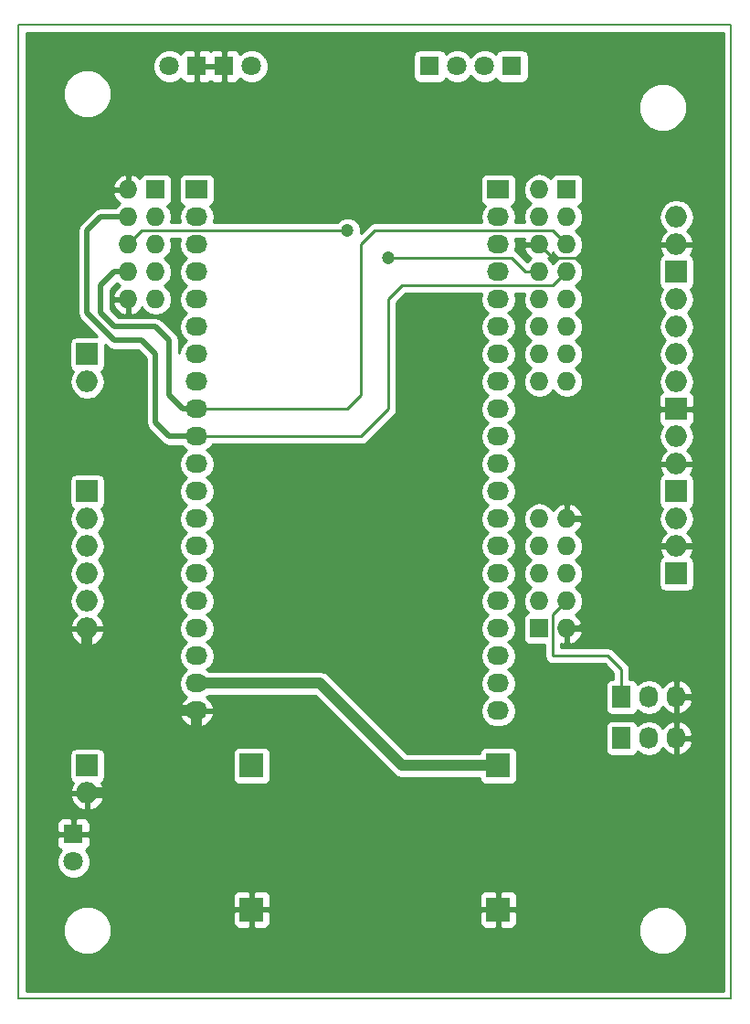
<source format=gbr>
%TF.GenerationSoftware,KiCad,Pcbnew,4.0.7*%
%TF.CreationDate,2018-04-11T17:00:31+03:00*%
%TF.ProjectId,mmnet_base_00,6D6D6E65745F626173655F30302E6B69,rev?*%
%TF.FileFunction,Copper,L1,Top,Signal*%
%FSLAX46Y46*%
G04 Gerber Fmt 4.6, Leading zero omitted, Abs format (unit mm)*
G04 Created by KiCad (PCBNEW 4.0.7) date 04/11/18 17:00:31*
%MOMM*%
%LPD*%
G01*
G04 APERTURE LIST*
%ADD10C,0.100000*%
%ADD11C,0.150000*%
%ADD12O,1.998980X1.998980*%
%ADD13R,1.998980X1.998980*%
%ADD14R,2.235200X2.235200*%
%ADD15R,1.727200X1.727200*%
%ADD16O,1.727200X1.727200*%
%ADD17R,2.032000X1.727200*%
%ADD18O,2.032000X1.727200*%
%ADD19R,1.727200X2.032000*%
%ADD20O,1.727200X2.032000*%
%ADD21R,1.800000X1.800000*%
%ADD22C,1.800000*%
%ADD23C,1.200000*%
%ADD24C,0.250000*%
%ADD25C,1.000000*%
%ADD26C,0.500000*%
%ADD27C,0.254000*%
G04 APERTURE END LIST*
D10*
D11*
X170180000Y-41910000D02*
X170180000Y-132080000D01*
X104140000Y-41910000D02*
X104140000Y-132080000D01*
X170180000Y-132080000D02*
X104140000Y-132080000D01*
X104140000Y-41910000D02*
X170180000Y-41910000D01*
D12*
X110490000Y-113030000D03*
D13*
X110490000Y-110490000D03*
D12*
X110490000Y-74930000D03*
D13*
X110490000Y-72390000D03*
D12*
X165100000Y-59690000D03*
D13*
X165100000Y-64770000D03*
D12*
X165100000Y-62230000D03*
X165100000Y-69850000D03*
D13*
X165100000Y-77470000D03*
D12*
X165100000Y-74930000D03*
X165100000Y-72390000D03*
X165100000Y-67310000D03*
X165100000Y-80010000D03*
D13*
X165100000Y-85090000D03*
D12*
X165100000Y-82550000D03*
X165100000Y-87630000D03*
D13*
X165100000Y-92710000D03*
D12*
X165100000Y-90170000D03*
X110490000Y-92710000D03*
D13*
X110490000Y-85090000D03*
D12*
X110490000Y-87630000D03*
X110490000Y-90170000D03*
X110490000Y-95250000D03*
X110490000Y-97790000D03*
D14*
X125730000Y-110490000D03*
X125730000Y-123825000D03*
D15*
X116840000Y-57150000D03*
D16*
X114300000Y-57150000D03*
X116840000Y-59690000D03*
X114300000Y-59690000D03*
X116840000Y-62230000D03*
X114300000Y-62230000D03*
X116840000Y-64770000D03*
X114300000Y-64770000D03*
X116840000Y-67310000D03*
X114300000Y-67310000D03*
D14*
X148590000Y-110490000D03*
X148590000Y-123825000D03*
D17*
X120650000Y-57150000D03*
D18*
X120650000Y-59690000D03*
X120650000Y-62230000D03*
X120650000Y-64770000D03*
X120650000Y-67310000D03*
X120650000Y-69850000D03*
X120650000Y-72390000D03*
X120650000Y-74930000D03*
X120650000Y-77470000D03*
X120650000Y-80010000D03*
X120650000Y-82550000D03*
X120650000Y-85090000D03*
X120650000Y-87630000D03*
X120650000Y-90170000D03*
X120650000Y-92710000D03*
X120650000Y-95250000D03*
X120650000Y-97790000D03*
X120650000Y-100330000D03*
X120650000Y-102870000D03*
X120650000Y-105410000D03*
D17*
X148590000Y-57150000D03*
D18*
X148590000Y-59690000D03*
X148590000Y-62230000D03*
X148590000Y-64770000D03*
X148590000Y-67310000D03*
X148590000Y-69850000D03*
X148590000Y-72390000D03*
X148590000Y-74930000D03*
X148590000Y-77470000D03*
X148590000Y-80010000D03*
X148590000Y-82550000D03*
X148590000Y-85090000D03*
X148590000Y-87630000D03*
X148590000Y-90170000D03*
X148590000Y-92710000D03*
X148590000Y-95250000D03*
X148590000Y-97790000D03*
X148590000Y-100330000D03*
X148590000Y-102870000D03*
X148590000Y-105410000D03*
D19*
X160020000Y-104140000D03*
D20*
X162560000Y-104140000D03*
X165100000Y-104140000D03*
D19*
X160020000Y-107950000D03*
D20*
X162560000Y-107950000D03*
X165100000Y-107950000D03*
D15*
X154940000Y-57150000D03*
D16*
X152400000Y-57150000D03*
X154940000Y-59690000D03*
X152400000Y-59690000D03*
X154940000Y-62230000D03*
X152400000Y-62230000D03*
X154940000Y-64770000D03*
X152400000Y-64770000D03*
X154940000Y-67310000D03*
X152400000Y-67310000D03*
X154940000Y-69850000D03*
X152400000Y-69850000D03*
X154940000Y-72390000D03*
X152400000Y-72390000D03*
X154940000Y-74930000D03*
X152400000Y-74930000D03*
D15*
X152400000Y-97790000D03*
D16*
X154940000Y-97790000D03*
X152400000Y-95250000D03*
X154940000Y-95250000D03*
X152400000Y-92710000D03*
X154940000Y-92710000D03*
X152400000Y-90170000D03*
X154940000Y-90170000D03*
X152400000Y-87630000D03*
X154940000Y-87630000D03*
D21*
X109220000Y-116840000D03*
D22*
X109220000Y-119380000D03*
D21*
X123190000Y-45720000D03*
D22*
X125730000Y-45720000D03*
D21*
X120650000Y-45720000D03*
D22*
X118110000Y-45720000D03*
D21*
X142240000Y-45720000D03*
D22*
X144780000Y-45720000D03*
D21*
X149860000Y-45720000D03*
D22*
X147320000Y-45720000D03*
D23*
X134620000Y-60960000D03*
X138430000Y-63500000D03*
D24*
X153670000Y-100330000D02*
X158750000Y-100330000D01*
X160020000Y-101600000D02*
X160020000Y-104140000D01*
X158750000Y-100330000D02*
X160020000Y-101600000D01*
D25*
X120650000Y-102870000D02*
X132080000Y-102870000D01*
X139700000Y-110490000D02*
X148590000Y-110490000D01*
X132080000Y-102870000D02*
X139700000Y-110490000D01*
D24*
X114300000Y-62230000D02*
X115570000Y-60960000D01*
X115570000Y-60960000D02*
X134620000Y-60960000D01*
X153670000Y-100330000D02*
X153670000Y-96520000D01*
X154940000Y-95250000D02*
X153670000Y-96520000D01*
X152400000Y-64770000D02*
X151130000Y-64770000D01*
X151130000Y-64770000D02*
X149860000Y-63500000D01*
X149860000Y-63500000D02*
X138430000Y-63500000D01*
D25*
X120650000Y-111760000D02*
X120650000Y-105410000D01*
X119380000Y-113030000D02*
X120650000Y-111760000D01*
X110490000Y-113030000D02*
X119380000Y-113030000D01*
X120650000Y-105410000D02*
X114300000Y-105410000D01*
X114300000Y-105410000D02*
X110490000Y-101600000D01*
X110490000Y-101600000D02*
X110490000Y-97790000D01*
D26*
X165100000Y-104140000D02*
X167640000Y-104140000D01*
X167640000Y-90170000D02*
X165100000Y-90170000D01*
X168910000Y-91440000D02*
X167640000Y-90170000D01*
X168910000Y-102870000D02*
X168910000Y-91440000D01*
X167640000Y-104140000D02*
X168910000Y-102870000D01*
X165100000Y-90170000D02*
X157480000Y-90170000D01*
X154940000Y-97790000D02*
X156210000Y-97790000D01*
X156210000Y-97790000D02*
X157480000Y-96520000D01*
X157480000Y-96520000D02*
X157480000Y-90170000D01*
X156210000Y-87630000D02*
X154940000Y-87630000D01*
X157480000Y-90170000D02*
X157480000Y-88900000D01*
X157480000Y-88900000D02*
X156210000Y-87630000D01*
D24*
X152400000Y-62230000D02*
X153670000Y-63500000D01*
X163830000Y-62230000D02*
X165100000Y-62230000D01*
X162560000Y-63500000D02*
X163830000Y-62230000D01*
X153670000Y-63500000D02*
X162560000Y-63500000D01*
X154940000Y-64770000D02*
X153670000Y-66040000D01*
X135890000Y-80010000D02*
X120650000Y-80010000D01*
X138430000Y-77470000D02*
X135890000Y-80010000D01*
X138430000Y-67310000D02*
X138430000Y-77470000D01*
X139700000Y-66040000D02*
X138430000Y-67310000D01*
X153670000Y-66040000D02*
X139700000Y-66040000D01*
D26*
X120650000Y-80010000D02*
X118110000Y-80010000D01*
X111760000Y-59690000D02*
X114300000Y-59690000D01*
X110490000Y-60960000D02*
X111760000Y-59690000D01*
X110490000Y-68580000D02*
X110490000Y-60960000D01*
X113030000Y-71120000D02*
X110490000Y-68580000D01*
X115570000Y-71120000D02*
X113030000Y-71120000D01*
X116840000Y-72390000D02*
X115570000Y-71120000D01*
X116840000Y-78740000D02*
X116840000Y-72390000D01*
X118110000Y-80010000D02*
X116840000Y-78740000D01*
D24*
X134620000Y-77470000D02*
X135890000Y-76200000D01*
X137160000Y-60960000D02*
X138430000Y-60960000D01*
X135890000Y-62230000D02*
X137160000Y-60960000D01*
X135890000Y-76200000D02*
X135890000Y-62230000D01*
X154940000Y-62230000D02*
X153670000Y-60960000D01*
X153670000Y-60960000D02*
X138430000Y-60960000D01*
X134620000Y-77470000D02*
X120650000Y-77470000D01*
D26*
X114300000Y-64770000D02*
X113030000Y-64770000D01*
X119380000Y-77470000D02*
X120650000Y-77470000D01*
X118110000Y-76200000D02*
X119380000Y-77470000D01*
X118110000Y-71120000D02*
X118110000Y-76200000D01*
X116840000Y-69850000D02*
X118110000Y-71120000D01*
X113030000Y-69850000D02*
X116840000Y-69850000D01*
X111760000Y-68580000D02*
X113030000Y-69850000D01*
X111760000Y-66040000D02*
X111760000Y-68580000D01*
X113030000Y-64770000D02*
X111760000Y-66040000D01*
D27*
G36*
X169470000Y-131370000D02*
X104850000Y-131370000D01*
X104850000Y-126172619D01*
X108254613Y-126172619D01*
X108594155Y-126994372D01*
X109222321Y-127623636D01*
X110043481Y-127964611D01*
X110932619Y-127965387D01*
X111754372Y-127625845D01*
X112383636Y-126997679D01*
X112724611Y-126176519D01*
X112724614Y-126172619D01*
X161594613Y-126172619D01*
X161934155Y-126994372D01*
X162562321Y-127623636D01*
X163383481Y-127964611D01*
X164272619Y-127965387D01*
X165094372Y-127625845D01*
X165723636Y-126997679D01*
X166064611Y-126176519D01*
X166065387Y-125287381D01*
X165725845Y-124465628D01*
X165097679Y-123836364D01*
X164276519Y-123495389D01*
X163387381Y-123494613D01*
X162565628Y-123834155D01*
X161936364Y-124462321D01*
X161595389Y-125283481D01*
X161594613Y-126172619D01*
X112724614Y-126172619D01*
X112725387Y-125287381D01*
X112385845Y-124465628D01*
X112031587Y-124110750D01*
X123977400Y-124110750D01*
X123977400Y-125068910D01*
X124074073Y-125302299D01*
X124252702Y-125480927D01*
X124486091Y-125577600D01*
X125444250Y-125577600D01*
X125603000Y-125418850D01*
X125603000Y-123952000D01*
X125857000Y-123952000D01*
X125857000Y-125418850D01*
X126015750Y-125577600D01*
X126973909Y-125577600D01*
X127207298Y-125480927D01*
X127385927Y-125302299D01*
X127482600Y-125068910D01*
X127482600Y-124110750D01*
X146837400Y-124110750D01*
X146837400Y-125068910D01*
X146934073Y-125302299D01*
X147112702Y-125480927D01*
X147346091Y-125577600D01*
X148304250Y-125577600D01*
X148463000Y-125418850D01*
X148463000Y-123952000D01*
X148717000Y-123952000D01*
X148717000Y-125418850D01*
X148875750Y-125577600D01*
X149833909Y-125577600D01*
X150067298Y-125480927D01*
X150245927Y-125302299D01*
X150342600Y-125068910D01*
X150342600Y-124110750D01*
X150183850Y-123952000D01*
X148717000Y-123952000D01*
X148463000Y-123952000D01*
X146996150Y-123952000D01*
X146837400Y-124110750D01*
X127482600Y-124110750D01*
X127323850Y-123952000D01*
X125857000Y-123952000D01*
X125603000Y-123952000D01*
X124136150Y-123952000D01*
X123977400Y-124110750D01*
X112031587Y-124110750D01*
X111757679Y-123836364D01*
X110936519Y-123495389D01*
X110047381Y-123494613D01*
X109225628Y-123834155D01*
X108596364Y-124462321D01*
X108255389Y-125283481D01*
X108254613Y-126172619D01*
X104850000Y-126172619D01*
X104850000Y-122581090D01*
X123977400Y-122581090D01*
X123977400Y-123539250D01*
X124136150Y-123698000D01*
X125603000Y-123698000D01*
X125603000Y-122231150D01*
X125857000Y-122231150D01*
X125857000Y-123698000D01*
X127323850Y-123698000D01*
X127482600Y-123539250D01*
X127482600Y-122581090D01*
X146837400Y-122581090D01*
X146837400Y-123539250D01*
X146996150Y-123698000D01*
X148463000Y-123698000D01*
X148463000Y-122231150D01*
X148717000Y-122231150D01*
X148717000Y-123698000D01*
X150183850Y-123698000D01*
X150342600Y-123539250D01*
X150342600Y-122581090D01*
X150245927Y-122347701D01*
X150067298Y-122169073D01*
X149833909Y-122072400D01*
X148875750Y-122072400D01*
X148717000Y-122231150D01*
X148463000Y-122231150D01*
X148304250Y-122072400D01*
X147346091Y-122072400D01*
X147112702Y-122169073D01*
X146934073Y-122347701D01*
X146837400Y-122581090D01*
X127482600Y-122581090D01*
X127385927Y-122347701D01*
X127207298Y-122169073D01*
X126973909Y-122072400D01*
X126015750Y-122072400D01*
X125857000Y-122231150D01*
X125603000Y-122231150D01*
X125444250Y-122072400D01*
X124486091Y-122072400D01*
X124252702Y-122169073D01*
X124074073Y-122347701D01*
X123977400Y-122581090D01*
X104850000Y-122581090D01*
X104850000Y-119683991D01*
X107684735Y-119683991D01*
X107917932Y-120248371D01*
X108349357Y-120680551D01*
X108913330Y-120914733D01*
X109523991Y-120915265D01*
X110088371Y-120682068D01*
X110520551Y-120250643D01*
X110754733Y-119686670D01*
X110755265Y-119076009D01*
X110522068Y-118511629D01*
X110344908Y-118334159D01*
X110479699Y-118278327D01*
X110658327Y-118099698D01*
X110755000Y-117866309D01*
X110755000Y-117125750D01*
X110596250Y-116967000D01*
X109347000Y-116967000D01*
X109347000Y-116987000D01*
X109093000Y-116987000D01*
X109093000Y-116967000D01*
X107843750Y-116967000D01*
X107685000Y-117125750D01*
X107685000Y-117866309D01*
X107781673Y-118099698D01*
X107960301Y-118278327D01*
X108094994Y-118334119D01*
X107919449Y-118509357D01*
X107685267Y-119073330D01*
X107684735Y-119683991D01*
X104850000Y-119683991D01*
X104850000Y-115813691D01*
X107685000Y-115813691D01*
X107685000Y-116554250D01*
X107843750Y-116713000D01*
X109093000Y-116713000D01*
X109093000Y-115463750D01*
X109347000Y-115463750D01*
X109347000Y-116713000D01*
X110596250Y-116713000D01*
X110755000Y-116554250D01*
X110755000Y-115813691D01*
X110658327Y-115580302D01*
X110479699Y-115401673D01*
X110246310Y-115305000D01*
X109505750Y-115305000D01*
X109347000Y-115463750D01*
X109093000Y-115463750D01*
X108934250Y-115305000D01*
X108193690Y-115305000D01*
X107960301Y-115401673D01*
X107781673Y-115580302D01*
X107685000Y-115813691D01*
X104850000Y-115813691D01*
X104850000Y-113410355D01*
X108900373Y-113410355D01*
X109166932Y-113989726D01*
X109634916Y-114422987D01*
X110109646Y-114619619D01*
X110363000Y-114500265D01*
X110363000Y-113157000D01*
X110617000Y-113157000D01*
X110617000Y-114500265D01*
X110870354Y-114619619D01*
X111345084Y-114422987D01*
X111813068Y-113989726D01*
X112079627Y-113410355D01*
X111960807Y-113157000D01*
X110617000Y-113157000D01*
X110363000Y-113157000D01*
X109019193Y-113157000D01*
X108900373Y-113410355D01*
X104850000Y-113410355D01*
X104850000Y-109490510D01*
X108843070Y-109490510D01*
X108843070Y-111489490D01*
X108887348Y-111724807D01*
X109026420Y-111940931D01*
X109187649Y-112051094D01*
X109166932Y-112070274D01*
X108900373Y-112649645D01*
X109019193Y-112903000D01*
X110363000Y-112903000D01*
X110363000Y-112883000D01*
X110617000Y-112883000D01*
X110617000Y-112903000D01*
X111960807Y-112903000D01*
X112079627Y-112649645D01*
X111813068Y-112070274D01*
X111791137Y-112049970D01*
X111940931Y-111953580D01*
X112085921Y-111741380D01*
X112136930Y-111489490D01*
X112136930Y-109490510D01*
X112114707Y-109372400D01*
X123964960Y-109372400D01*
X123964960Y-111607600D01*
X124009238Y-111842917D01*
X124148310Y-112059041D01*
X124360510Y-112204031D01*
X124612400Y-112255040D01*
X126847600Y-112255040D01*
X127082917Y-112210762D01*
X127299041Y-112071690D01*
X127444031Y-111859490D01*
X127495040Y-111607600D01*
X127495040Y-109372400D01*
X127450762Y-109137083D01*
X127311690Y-108920959D01*
X127099490Y-108775969D01*
X126847600Y-108724960D01*
X124612400Y-108724960D01*
X124377083Y-108769238D01*
X124160959Y-108908310D01*
X124015969Y-109120510D01*
X123964960Y-109372400D01*
X112114707Y-109372400D01*
X112092652Y-109255193D01*
X111953580Y-109039069D01*
X111741380Y-108894079D01*
X111489490Y-108843070D01*
X109490510Y-108843070D01*
X109255193Y-108887348D01*
X109039069Y-109026420D01*
X108894079Y-109238620D01*
X108843070Y-109490510D01*
X104850000Y-109490510D01*
X104850000Y-105769026D01*
X119042642Y-105769026D01*
X119045291Y-105784791D01*
X119299268Y-106312036D01*
X119735680Y-106701954D01*
X120288087Y-106895184D01*
X120523000Y-106750924D01*
X120523000Y-105537000D01*
X120777000Y-105537000D01*
X120777000Y-106750924D01*
X121011913Y-106895184D01*
X121564320Y-106701954D01*
X122000732Y-106312036D01*
X122254709Y-105784791D01*
X122257358Y-105769026D01*
X122136217Y-105537000D01*
X120777000Y-105537000D01*
X120523000Y-105537000D01*
X119163783Y-105537000D01*
X119042642Y-105769026D01*
X104850000Y-105769026D01*
X104850000Y-98170355D01*
X108900373Y-98170355D01*
X109166932Y-98749726D01*
X109634916Y-99182987D01*
X110109646Y-99379619D01*
X110363000Y-99260265D01*
X110363000Y-97917000D01*
X110617000Y-97917000D01*
X110617000Y-99260265D01*
X110870354Y-99379619D01*
X111345084Y-99182987D01*
X111813068Y-98749726D01*
X112079627Y-98170355D01*
X111960807Y-97917000D01*
X110617000Y-97917000D01*
X110363000Y-97917000D01*
X109019193Y-97917000D01*
X108900373Y-98170355D01*
X104850000Y-98170355D01*
X104850000Y-84090510D01*
X108843070Y-84090510D01*
X108843070Y-86089490D01*
X108887348Y-86324807D01*
X109026420Y-86540931D01*
X109192473Y-86654390D01*
X108979928Y-86972486D01*
X108855510Y-87597978D01*
X108855510Y-87662022D01*
X108979928Y-88287514D01*
X109334241Y-88817781D01*
X109457290Y-88900000D01*
X109334241Y-88982219D01*
X108979928Y-89512486D01*
X108855510Y-90137978D01*
X108855510Y-90202022D01*
X108979928Y-90827514D01*
X109334241Y-91357781D01*
X109457290Y-91440000D01*
X109334241Y-91522219D01*
X108979928Y-92052486D01*
X108855510Y-92677978D01*
X108855510Y-92742022D01*
X108979928Y-93367514D01*
X109334241Y-93897781D01*
X109457290Y-93980000D01*
X109334241Y-94062219D01*
X108979928Y-94592486D01*
X108855510Y-95217978D01*
X108855510Y-95282022D01*
X108979928Y-95907514D01*
X109334241Y-96437781D01*
X109483300Y-96537379D01*
X109166932Y-96830274D01*
X108900373Y-97409645D01*
X109019193Y-97663000D01*
X110363000Y-97663000D01*
X110363000Y-97643000D01*
X110617000Y-97643000D01*
X110617000Y-97663000D01*
X111960807Y-97663000D01*
X112079627Y-97409645D01*
X111813068Y-96830274D01*
X111496700Y-96537379D01*
X111645759Y-96437781D01*
X112000072Y-95907514D01*
X112124490Y-95282022D01*
X112124490Y-95217978D01*
X112000072Y-94592486D01*
X111645759Y-94062219D01*
X111522710Y-93980000D01*
X111645759Y-93897781D01*
X112000072Y-93367514D01*
X112124490Y-92742022D01*
X112124490Y-92677978D01*
X112000072Y-92052486D01*
X111645759Y-91522219D01*
X111522710Y-91440000D01*
X111645759Y-91357781D01*
X112000072Y-90827514D01*
X112124490Y-90202022D01*
X112124490Y-90137978D01*
X112000072Y-89512486D01*
X111645759Y-88982219D01*
X111522710Y-88900000D01*
X111645759Y-88817781D01*
X112000072Y-88287514D01*
X112124490Y-87662022D01*
X112124490Y-87597978D01*
X112000072Y-86972486D01*
X111786547Y-86652923D01*
X111940931Y-86553580D01*
X112085921Y-86341380D01*
X112136930Y-86089490D01*
X112136930Y-84090510D01*
X112092652Y-83855193D01*
X111953580Y-83639069D01*
X111741380Y-83494079D01*
X111489490Y-83443070D01*
X109490510Y-83443070D01*
X109255193Y-83487348D01*
X109039069Y-83626420D01*
X108894079Y-83838620D01*
X108843070Y-84090510D01*
X104850000Y-84090510D01*
X104850000Y-71390510D01*
X108843070Y-71390510D01*
X108843070Y-73389490D01*
X108887348Y-73624807D01*
X109026420Y-73840931D01*
X109192473Y-73954390D01*
X108979928Y-74272486D01*
X108855510Y-74897978D01*
X108855510Y-74962022D01*
X108979928Y-75587514D01*
X109334241Y-76117781D01*
X109864508Y-76472094D01*
X110490000Y-76596512D01*
X111115492Y-76472094D01*
X111645759Y-76117781D01*
X112000072Y-75587514D01*
X112124490Y-74962022D01*
X112124490Y-74897978D01*
X112000072Y-74272486D01*
X111786547Y-73952923D01*
X111940931Y-73853580D01*
X112085921Y-73641380D01*
X112136930Y-73389490D01*
X112136930Y-71478509D01*
X112404208Y-71745787D01*
X112404210Y-71745790D01*
X112691325Y-71937633D01*
X113030000Y-72005000D01*
X115203420Y-72005000D01*
X115955000Y-72756579D01*
X115955000Y-78739995D01*
X115954999Y-78740000D01*
X116008272Y-79007817D01*
X116022367Y-79078675D01*
X116136842Y-79250000D01*
X116214210Y-79365790D01*
X117484208Y-80635787D01*
X117484210Y-80635790D01*
X117685071Y-80770000D01*
X117771325Y-80827633D01*
X118110000Y-80895001D01*
X118110005Y-80895000D01*
X119288874Y-80895000D01*
X119405585Y-81069670D01*
X119720366Y-81280000D01*
X119405585Y-81490330D01*
X119080729Y-81976511D01*
X118966655Y-82550000D01*
X119080729Y-83123489D01*
X119405585Y-83609670D01*
X119720366Y-83820000D01*
X119405585Y-84030330D01*
X119080729Y-84516511D01*
X118966655Y-85090000D01*
X119080729Y-85663489D01*
X119405585Y-86149670D01*
X119720366Y-86360000D01*
X119405585Y-86570330D01*
X119080729Y-87056511D01*
X118966655Y-87630000D01*
X119080729Y-88203489D01*
X119405585Y-88689670D01*
X119720366Y-88900000D01*
X119405585Y-89110330D01*
X119080729Y-89596511D01*
X118966655Y-90170000D01*
X119080729Y-90743489D01*
X119405585Y-91229670D01*
X119720366Y-91440000D01*
X119405585Y-91650330D01*
X119080729Y-92136511D01*
X118966655Y-92710000D01*
X119080729Y-93283489D01*
X119405585Y-93769670D01*
X119720366Y-93980000D01*
X119405585Y-94190330D01*
X119080729Y-94676511D01*
X118966655Y-95250000D01*
X119080729Y-95823489D01*
X119405585Y-96309670D01*
X119720366Y-96520000D01*
X119405585Y-96730330D01*
X119080729Y-97216511D01*
X118966655Y-97790000D01*
X119080729Y-98363489D01*
X119405585Y-98849670D01*
X119720366Y-99060000D01*
X119405585Y-99270330D01*
X119080729Y-99756511D01*
X118966655Y-100330000D01*
X119080729Y-100903489D01*
X119405585Y-101389670D01*
X119720366Y-101600000D01*
X119405585Y-101810330D01*
X119080729Y-102296511D01*
X118966655Y-102870000D01*
X119080729Y-103443489D01*
X119405585Y-103929670D01*
X119715069Y-104136461D01*
X119299268Y-104507964D01*
X119045291Y-105035209D01*
X119042642Y-105050974D01*
X119163783Y-105283000D01*
X120523000Y-105283000D01*
X120523000Y-105263000D01*
X120777000Y-105263000D01*
X120777000Y-105283000D01*
X122136217Y-105283000D01*
X122257358Y-105050974D01*
X122254709Y-105035209D01*
X122000732Y-104507964D01*
X121584931Y-104136461D01*
X121781676Y-104005000D01*
X131609868Y-104005000D01*
X138897434Y-111292566D01*
X139265654Y-111538603D01*
X139700000Y-111625000D01*
X146828234Y-111625000D01*
X146869238Y-111842917D01*
X147008310Y-112059041D01*
X147220510Y-112204031D01*
X147472400Y-112255040D01*
X149707600Y-112255040D01*
X149942917Y-112210762D01*
X150159041Y-112071690D01*
X150304031Y-111859490D01*
X150355040Y-111607600D01*
X150355040Y-109372400D01*
X150310762Y-109137083D01*
X150171690Y-108920959D01*
X149959490Y-108775969D01*
X149707600Y-108724960D01*
X147472400Y-108724960D01*
X147237083Y-108769238D01*
X147020959Y-108908310D01*
X146875969Y-109120510D01*
X146828484Y-109355000D01*
X140170132Y-109355000D01*
X137749132Y-106934000D01*
X158508960Y-106934000D01*
X158508960Y-108966000D01*
X158553238Y-109201317D01*
X158692310Y-109417441D01*
X158904510Y-109562431D01*
X159156400Y-109613440D01*
X160883600Y-109613440D01*
X161118917Y-109569162D01*
X161335041Y-109430090D01*
X161480031Y-109217890D01*
X161488400Y-109176561D01*
X161500330Y-109194415D01*
X161986511Y-109519271D01*
X162560000Y-109633345D01*
X163133489Y-109519271D01*
X163619670Y-109194415D01*
X163826461Y-108884931D01*
X164197964Y-109300732D01*
X164725209Y-109554709D01*
X164740974Y-109557358D01*
X164973000Y-109436217D01*
X164973000Y-108077000D01*
X165227000Y-108077000D01*
X165227000Y-109436217D01*
X165459026Y-109557358D01*
X165474791Y-109554709D01*
X166002036Y-109300732D01*
X166391954Y-108864320D01*
X166585184Y-108311913D01*
X166440924Y-108077000D01*
X165227000Y-108077000D01*
X164973000Y-108077000D01*
X164953000Y-108077000D01*
X164953000Y-107823000D01*
X164973000Y-107823000D01*
X164973000Y-106463783D01*
X165227000Y-106463783D01*
X165227000Y-107823000D01*
X166440924Y-107823000D01*
X166585184Y-107588087D01*
X166391954Y-107035680D01*
X166002036Y-106599268D01*
X165474791Y-106345291D01*
X165459026Y-106342642D01*
X165227000Y-106463783D01*
X164973000Y-106463783D01*
X164740974Y-106342642D01*
X164725209Y-106345291D01*
X164197964Y-106599268D01*
X163826461Y-107015069D01*
X163619670Y-106705585D01*
X163133489Y-106380729D01*
X162560000Y-106266655D01*
X161986511Y-106380729D01*
X161500330Y-106705585D01*
X161490757Y-106719913D01*
X161486762Y-106698683D01*
X161347690Y-106482559D01*
X161135490Y-106337569D01*
X160883600Y-106286560D01*
X159156400Y-106286560D01*
X158921083Y-106330838D01*
X158704959Y-106469910D01*
X158559969Y-106682110D01*
X158508960Y-106934000D01*
X137749132Y-106934000D01*
X132882566Y-102067434D01*
X132514346Y-101821397D01*
X132080000Y-101735000D01*
X121781676Y-101735000D01*
X121579634Y-101600000D01*
X121894415Y-101389670D01*
X122219271Y-100903489D01*
X122333345Y-100330000D01*
X122219271Y-99756511D01*
X121894415Y-99270330D01*
X121579634Y-99060000D01*
X121894415Y-98849670D01*
X122219271Y-98363489D01*
X122333345Y-97790000D01*
X122219271Y-97216511D01*
X121894415Y-96730330D01*
X121579634Y-96520000D01*
X121894415Y-96309670D01*
X122219271Y-95823489D01*
X122333345Y-95250000D01*
X122219271Y-94676511D01*
X121894415Y-94190330D01*
X121579634Y-93980000D01*
X121894415Y-93769670D01*
X122219271Y-93283489D01*
X122333345Y-92710000D01*
X122219271Y-92136511D01*
X121894415Y-91650330D01*
X121579634Y-91440000D01*
X121894415Y-91229670D01*
X122219271Y-90743489D01*
X122333345Y-90170000D01*
X122219271Y-89596511D01*
X121894415Y-89110330D01*
X121579634Y-88900000D01*
X121894415Y-88689670D01*
X122219271Y-88203489D01*
X122333345Y-87630000D01*
X122219271Y-87056511D01*
X121894415Y-86570330D01*
X121579634Y-86360000D01*
X121894415Y-86149670D01*
X122219271Y-85663489D01*
X122333345Y-85090000D01*
X122219271Y-84516511D01*
X121894415Y-84030330D01*
X121579634Y-83820000D01*
X121894415Y-83609670D01*
X122219271Y-83123489D01*
X122333345Y-82550000D01*
X122219271Y-81976511D01*
X121894415Y-81490330D01*
X121579634Y-81280000D01*
X121894415Y-81069670D01*
X122094648Y-80770000D01*
X135890000Y-80770000D01*
X136180839Y-80712148D01*
X136427401Y-80547401D01*
X138967401Y-78007401D01*
X139132148Y-77760840D01*
X139141746Y-77712586D01*
X139190000Y-77470000D01*
X139190000Y-67624802D01*
X140014802Y-66800000D01*
X147008100Y-66800000D01*
X146906655Y-67310000D01*
X147020729Y-67883489D01*
X147345585Y-68369670D01*
X147660366Y-68580000D01*
X147345585Y-68790330D01*
X147020729Y-69276511D01*
X146906655Y-69850000D01*
X147020729Y-70423489D01*
X147345585Y-70909670D01*
X147660366Y-71120000D01*
X147345585Y-71330330D01*
X147020729Y-71816511D01*
X146906655Y-72390000D01*
X147020729Y-72963489D01*
X147345585Y-73449670D01*
X147660366Y-73660000D01*
X147345585Y-73870330D01*
X147020729Y-74356511D01*
X146906655Y-74930000D01*
X147020729Y-75503489D01*
X147345585Y-75989670D01*
X147660366Y-76200000D01*
X147345585Y-76410330D01*
X147020729Y-76896511D01*
X146906655Y-77470000D01*
X147020729Y-78043489D01*
X147345585Y-78529670D01*
X147660366Y-78740000D01*
X147345585Y-78950330D01*
X147020729Y-79436511D01*
X146906655Y-80010000D01*
X147020729Y-80583489D01*
X147345585Y-81069670D01*
X147660366Y-81280000D01*
X147345585Y-81490330D01*
X147020729Y-81976511D01*
X146906655Y-82550000D01*
X147020729Y-83123489D01*
X147345585Y-83609670D01*
X147660366Y-83820000D01*
X147345585Y-84030330D01*
X147020729Y-84516511D01*
X146906655Y-85090000D01*
X147020729Y-85663489D01*
X147345585Y-86149670D01*
X147660366Y-86360000D01*
X147345585Y-86570330D01*
X147020729Y-87056511D01*
X146906655Y-87630000D01*
X147020729Y-88203489D01*
X147345585Y-88689670D01*
X147660366Y-88900000D01*
X147345585Y-89110330D01*
X147020729Y-89596511D01*
X146906655Y-90170000D01*
X147020729Y-90743489D01*
X147345585Y-91229670D01*
X147660366Y-91440000D01*
X147345585Y-91650330D01*
X147020729Y-92136511D01*
X146906655Y-92710000D01*
X147020729Y-93283489D01*
X147345585Y-93769670D01*
X147660366Y-93980000D01*
X147345585Y-94190330D01*
X147020729Y-94676511D01*
X146906655Y-95250000D01*
X147020729Y-95823489D01*
X147345585Y-96309670D01*
X147660366Y-96520000D01*
X147345585Y-96730330D01*
X147020729Y-97216511D01*
X146906655Y-97790000D01*
X147020729Y-98363489D01*
X147345585Y-98849670D01*
X147660366Y-99060000D01*
X147345585Y-99270330D01*
X147020729Y-99756511D01*
X146906655Y-100330000D01*
X147020729Y-100903489D01*
X147345585Y-101389670D01*
X147660366Y-101600000D01*
X147345585Y-101810330D01*
X147020729Y-102296511D01*
X146906655Y-102870000D01*
X147020729Y-103443489D01*
X147345585Y-103929670D01*
X147660366Y-104140000D01*
X147345585Y-104350330D01*
X147020729Y-104836511D01*
X146906655Y-105410000D01*
X147020729Y-105983489D01*
X147345585Y-106469670D01*
X147831766Y-106794526D01*
X148405255Y-106908600D01*
X148774745Y-106908600D01*
X149348234Y-106794526D01*
X149834415Y-106469670D01*
X150159271Y-105983489D01*
X150273345Y-105410000D01*
X150159271Y-104836511D01*
X149834415Y-104350330D01*
X149519634Y-104140000D01*
X149834415Y-103929670D01*
X150159271Y-103443489D01*
X150273345Y-102870000D01*
X150159271Y-102296511D01*
X149834415Y-101810330D01*
X149519634Y-101600000D01*
X149834415Y-101389670D01*
X150159271Y-100903489D01*
X150273345Y-100330000D01*
X150159271Y-99756511D01*
X149834415Y-99270330D01*
X149519634Y-99060000D01*
X149834415Y-98849670D01*
X150159271Y-98363489D01*
X150273345Y-97790000D01*
X150159271Y-97216511D01*
X149965425Y-96926400D01*
X150888960Y-96926400D01*
X150888960Y-98653600D01*
X150933238Y-98888917D01*
X151072310Y-99105041D01*
X151284510Y-99250031D01*
X151536400Y-99301040D01*
X152910000Y-99301040D01*
X152910000Y-100330000D01*
X152967852Y-100620839D01*
X153132599Y-100867401D01*
X153379161Y-101032148D01*
X153670000Y-101090000D01*
X158435198Y-101090000D01*
X159260000Y-101914802D01*
X159260000Y-102476560D01*
X159156400Y-102476560D01*
X158921083Y-102520838D01*
X158704959Y-102659910D01*
X158559969Y-102872110D01*
X158508960Y-103124000D01*
X158508960Y-105156000D01*
X158553238Y-105391317D01*
X158692310Y-105607441D01*
X158904510Y-105752431D01*
X159156400Y-105803440D01*
X160883600Y-105803440D01*
X161118917Y-105759162D01*
X161335041Y-105620090D01*
X161480031Y-105407890D01*
X161488400Y-105366561D01*
X161500330Y-105384415D01*
X161986511Y-105709271D01*
X162560000Y-105823345D01*
X163133489Y-105709271D01*
X163619670Y-105384415D01*
X163826461Y-105074931D01*
X164197964Y-105490732D01*
X164725209Y-105744709D01*
X164740974Y-105747358D01*
X164973000Y-105626217D01*
X164973000Y-104267000D01*
X165227000Y-104267000D01*
X165227000Y-105626217D01*
X165459026Y-105747358D01*
X165474791Y-105744709D01*
X166002036Y-105490732D01*
X166391954Y-105054320D01*
X166585184Y-104501913D01*
X166440924Y-104267000D01*
X165227000Y-104267000D01*
X164973000Y-104267000D01*
X164953000Y-104267000D01*
X164953000Y-104013000D01*
X164973000Y-104013000D01*
X164973000Y-102653783D01*
X165227000Y-102653783D01*
X165227000Y-104013000D01*
X166440924Y-104013000D01*
X166585184Y-103778087D01*
X166391954Y-103225680D01*
X166002036Y-102789268D01*
X165474791Y-102535291D01*
X165459026Y-102532642D01*
X165227000Y-102653783D01*
X164973000Y-102653783D01*
X164740974Y-102532642D01*
X164725209Y-102535291D01*
X164197964Y-102789268D01*
X163826461Y-103205069D01*
X163619670Y-102895585D01*
X163133489Y-102570729D01*
X162560000Y-102456655D01*
X161986511Y-102570729D01*
X161500330Y-102895585D01*
X161490757Y-102909913D01*
X161486762Y-102888683D01*
X161347690Y-102672559D01*
X161135490Y-102527569D01*
X160883600Y-102476560D01*
X160780000Y-102476560D01*
X160780000Y-101600000D01*
X160757219Y-101485474D01*
X160722148Y-101309160D01*
X160557401Y-101062599D01*
X159287401Y-99792599D01*
X159040839Y-99627852D01*
X158750000Y-99570000D01*
X154430000Y-99570000D01*
X154430000Y-99182426D01*
X154580974Y-99244958D01*
X154813000Y-99123817D01*
X154813000Y-97917000D01*
X155067000Y-97917000D01*
X155067000Y-99123817D01*
X155299026Y-99244958D01*
X155714947Y-99072688D01*
X156146821Y-98678490D01*
X156394968Y-98149027D01*
X156274469Y-97917000D01*
X155067000Y-97917000D01*
X154813000Y-97917000D01*
X154793000Y-97917000D01*
X154793000Y-97663000D01*
X154813000Y-97663000D01*
X154813000Y-97643000D01*
X155067000Y-97643000D01*
X155067000Y-97663000D01*
X156274469Y-97663000D01*
X156394968Y-97430973D01*
X156146821Y-96901510D01*
X155728839Y-96519992D01*
X155999670Y-96339029D01*
X156324526Y-95852848D01*
X156438600Y-95279359D01*
X156438600Y-95220641D01*
X156324526Y-94647152D01*
X155999670Y-94160971D01*
X155728828Y-93980000D01*
X155999670Y-93799029D01*
X156324526Y-93312848D01*
X156438600Y-92739359D01*
X156438600Y-92680641D01*
X156324526Y-92107152D01*
X156059499Y-91710510D01*
X163453070Y-91710510D01*
X163453070Y-93709490D01*
X163497348Y-93944807D01*
X163636420Y-94160931D01*
X163848620Y-94305921D01*
X164100510Y-94356930D01*
X166099490Y-94356930D01*
X166334807Y-94312652D01*
X166550931Y-94173580D01*
X166695921Y-93961380D01*
X166746930Y-93709490D01*
X166746930Y-91710510D01*
X166702652Y-91475193D01*
X166563580Y-91259069D01*
X166402351Y-91148906D01*
X166423068Y-91129726D01*
X166689627Y-90550355D01*
X166570807Y-90297000D01*
X165227000Y-90297000D01*
X165227000Y-90317000D01*
X164973000Y-90317000D01*
X164973000Y-90297000D01*
X163629193Y-90297000D01*
X163510373Y-90550355D01*
X163776932Y-91129726D01*
X163798863Y-91150030D01*
X163649069Y-91246420D01*
X163504079Y-91458620D01*
X163453070Y-91710510D01*
X156059499Y-91710510D01*
X155999670Y-91620971D01*
X155728828Y-91440000D01*
X155999670Y-91259029D01*
X156324526Y-90772848D01*
X156438600Y-90199359D01*
X156438600Y-90140641D01*
X156324526Y-89567152D01*
X155999670Y-89080971D01*
X155728839Y-88900008D01*
X156146821Y-88518490D01*
X156394968Y-87989027D01*
X156274469Y-87757000D01*
X155067000Y-87757000D01*
X155067000Y-87777000D01*
X154813000Y-87777000D01*
X154813000Y-87757000D01*
X154793000Y-87757000D01*
X154793000Y-87503000D01*
X154813000Y-87503000D01*
X154813000Y-86296183D01*
X155067000Y-86296183D01*
X155067000Y-87503000D01*
X156274469Y-87503000D01*
X156394968Y-87270973D01*
X156146821Y-86741510D01*
X155714947Y-86347312D01*
X155299026Y-86175042D01*
X155067000Y-86296183D01*
X154813000Y-86296183D01*
X154580974Y-86175042D01*
X154165053Y-86347312D01*
X153733179Y-86741510D01*
X153675664Y-86864228D01*
X153459670Y-86540971D01*
X152973489Y-86216115D01*
X152400000Y-86102041D01*
X151826511Y-86216115D01*
X151340330Y-86540971D01*
X151015474Y-87027152D01*
X150901400Y-87600641D01*
X150901400Y-87659359D01*
X151015474Y-88232848D01*
X151340330Y-88719029D01*
X151611172Y-88900000D01*
X151340330Y-89080971D01*
X151015474Y-89567152D01*
X150901400Y-90140641D01*
X150901400Y-90199359D01*
X151015474Y-90772848D01*
X151340330Y-91259029D01*
X151611172Y-91440000D01*
X151340330Y-91620971D01*
X151015474Y-92107152D01*
X150901400Y-92680641D01*
X150901400Y-92739359D01*
X151015474Y-93312848D01*
X151340330Y-93799029D01*
X151611172Y-93980000D01*
X151340330Y-94160971D01*
X151015474Y-94647152D01*
X150901400Y-95220641D01*
X150901400Y-95279359D01*
X151015474Y-95852848D01*
X151326574Y-96318442D01*
X151301083Y-96323238D01*
X151084959Y-96462310D01*
X150939969Y-96674510D01*
X150888960Y-96926400D01*
X149965425Y-96926400D01*
X149834415Y-96730330D01*
X149519634Y-96520000D01*
X149834415Y-96309670D01*
X150159271Y-95823489D01*
X150273345Y-95250000D01*
X150159271Y-94676511D01*
X149834415Y-94190330D01*
X149519634Y-93980000D01*
X149834415Y-93769670D01*
X150159271Y-93283489D01*
X150273345Y-92710000D01*
X150159271Y-92136511D01*
X149834415Y-91650330D01*
X149519634Y-91440000D01*
X149834415Y-91229670D01*
X150159271Y-90743489D01*
X150273345Y-90170000D01*
X150159271Y-89596511D01*
X149834415Y-89110330D01*
X149519634Y-88900000D01*
X149834415Y-88689670D01*
X150159271Y-88203489D01*
X150273345Y-87630000D01*
X150159271Y-87056511D01*
X149834415Y-86570330D01*
X149519634Y-86360000D01*
X149834415Y-86149670D01*
X150159271Y-85663489D01*
X150273345Y-85090000D01*
X150159271Y-84516511D01*
X149874627Y-84090510D01*
X163453070Y-84090510D01*
X163453070Y-86089490D01*
X163497348Y-86324807D01*
X163636420Y-86540931D01*
X163802473Y-86654390D01*
X163589928Y-86972486D01*
X163465510Y-87597978D01*
X163465510Y-87662022D01*
X163589928Y-88287514D01*
X163944241Y-88817781D01*
X164093300Y-88917379D01*
X163776932Y-89210274D01*
X163510373Y-89789645D01*
X163629193Y-90043000D01*
X164973000Y-90043000D01*
X164973000Y-90023000D01*
X165227000Y-90023000D01*
X165227000Y-90043000D01*
X166570807Y-90043000D01*
X166689627Y-89789645D01*
X166423068Y-89210274D01*
X166106700Y-88917379D01*
X166255759Y-88817781D01*
X166610072Y-88287514D01*
X166734490Y-87662022D01*
X166734490Y-87597978D01*
X166610072Y-86972486D01*
X166396547Y-86652923D01*
X166550931Y-86553580D01*
X166695921Y-86341380D01*
X166746930Y-86089490D01*
X166746930Y-84090510D01*
X166702652Y-83855193D01*
X166563580Y-83639069D01*
X166402351Y-83528906D01*
X166423068Y-83509726D01*
X166689627Y-82930355D01*
X166570807Y-82677000D01*
X165227000Y-82677000D01*
X165227000Y-82697000D01*
X164973000Y-82697000D01*
X164973000Y-82677000D01*
X163629193Y-82677000D01*
X163510373Y-82930355D01*
X163776932Y-83509726D01*
X163798863Y-83530030D01*
X163649069Y-83626420D01*
X163504079Y-83838620D01*
X163453070Y-84090510D01*
X149874627Y-84090510D01*
X149834415Y-84030330D01*
X149519634Y-83820000D01*
X149834415Y-83609670D01*
X150159271Y-83123489D01*
X150273345Y-82550000D01*
X150159271Y-81976511D01*
X149834415Y-81490330D01*
X149519634Y-81280000D01*
X149834415Y-81069670D01*
X150159271Y-80583489D01*
X150273345Y-80010000D01*
X150159271Y-79436511D01*
X149834415Y-78950330D01*
X149519634Y-78740000D01*
X149834415Y-78529670D01*
X150159271Y-78043489D01*
X150216505Y-77755750D01*
X163465510Y-77755750D01*
X163465510Y-78595799D01*
X163562183Y-78829188D01*
X163740811Y-79007817D01*
X163803013Y-79033582D01*
X163589928Y-79352486D01*
X163465510Y-79977978D01*
X163465510Y-80042022D01*
X163589928Y-80667514D01*
X163944241Y-81197781D01*
X164093300Y-81297379D01*
X163776932Y-81590274D01*
X163510373Y-82169645D01*
X163629193Y-82423000D01*
X164973000Y-82423000D01*
X164973000Y-82403000D01*
X165227000Y-82403000D01*
X165227000Y-82423000D01*
X166570807Y-82423000D01*
X166689627Y-82169645D01*
X166423068Y-81590274D01*
X166106700Y-81297379D01*
X166255759Y-81197781D01*
X166610072Y-80667514D01*
X166734490Y-80042022D01*
X166734490Y-79977978D01*
X166610072Y-79352486D01*
X166396987Y-79033582D01*
X166459189Y-79007817D01*
X166637817Y-78829188D01*
X166734490Y-78595799D01*
X166734490Y-77755750D01*
X166575740Y-77597000D01*
X165227000Y-77597000D01*
X165227000Y-77617000D01*
X164973000Y-77617000D01*
X164973000Y-77597000D01*
X163624260Y-77597000D01*
X163465510Y-77755750D01*
X150216505Y-77755750D01*
X150273345Y-77470000D01*
X150159271Y-76896511D01*
X149834415Y-76410330D01*
X149519634Y-76200000D01*
X149834415Y-75989670D01*
X150159271Y-75503489D01*
X150273345Y-74930000D01*
X150159271Y-74356511D01*
X149834415Y-73870330D01*
X149519634Y-73660000D01*
X149834415Y-73449670D01*
X150159271Y-72963489D01*
X150273345Y-72390000D01*
X150159271Y-71816511D01*
X149834415Y-71330330D01*
X149519634Y-71120000D01*
X149834415Y-70909670D01*
X150159271Y-70423489D01*
X150273345Y-69850000D01*
X150159271Y-69276511D01*
X149834415Y-68790330D01*
X149519634Y-68580000D01*
X149834415Y-68369670D01*
X150159271Y-67883489D01*
X150273345Y-67310000D01*
X150171900Y-66800000D01*
X150997005Y-66800000D01*
X150901400Y-67280641D01*
X150901400Y-67339359D01*
X151015474Y-67912848D01*
X151340330Y-68399029D01*
X151611172Y-68580000D01*
X151340330Y-68760971D01*
X151015474Y-69247152D01*
X150901400Y-69820641D01*
X150901400Y-69879359D01*
X151015474Y-70452848D01*
X151340330Y-70939029D01*
X151611172Y-71120000D01*
X151340330Y-71300971D01*
X151015474Y-71787152D01*
X150901400Y-72360641D01*
X150901400Y-72419359D01*
X151015474Y-72992848D01*
X151340330Y-73479029D01*
X151611172Y-73660000D01*
X151340330Y-73840971D01*
X151015474Y-74327152D01*
X150901400Y-74900641D01*
X150901400Y-74959359D01*
X151015474Y-75532848D01*
X151340330Y-76019029D01*
X151826511Y-76343885D01*
X152400000Y-76457959D01*
X152973489Y-76343885D01*
X153459670Y-76019029D01*
X153670000Y-75704248D01*
X153880330Y-76019029D01*
X154366511Y-76343885D01*
X154940000Y-76457959D01*
X155513489Y-76343885D01*
X155999670Y-76019029D01*
X156324526Y-75532848D01*
X156438600Y-74959359D01*
X156438600Y-74900641D01*
X156324526Y-74327152D01*
X155999670Y-73840971D01*
X155728828Y-73660000D01*
X155999670Y-73479029D01*
X156324526Y-72992848D01*
X156438600Y-72419359D01*
X156438600Y-72360641D01*
X156324526Y-71787152D01*
X155999670Y-71300971D01*
X155728828Y-71120000D01*
X155999670Y-70939029D01*
X156324526Y-70452848D01*
X156438600Y-69879359D01*
X156438600Y-69820641D01*
X156324526Y-69247152D01*
X155999670Y-68760971D01*
X155728828Y-68580000D01*
X155999670Y-68399029D01*
X156324526Y-67912848D01*
X156438600Y-67339359D01*
X156438600Y-67280641D01*
X156324526Y-66707152D01*
X155999670Y-66220971D01*
X155728828Y-66040000D01*
X155999670Y-65859029D01*
X156324526Y-65372848D01*
X156438600Y-64799359D01*
X156438600Y-64740641D01*
X156324526Y-64167152D01*
X156059499Y-63770510D01*
X163453070Y-63770510D01*
X163453070Y-65769490D01*
X163497348Y-66004807D01*
X163636420Y-66220931D01*
X163802473Y-66334390D01*
X163589928Y-66652486D01*
X163465510Y-67277978D01*
X163465510Y-67342022D01*
X163589928Y-67967514D01*
X163944241Y-68497781D01*
X164067290Y-68580000D01*
X163944241Y-68662219D01*
X163589928Y-69192486D01*
X163465510Y-69817978D01*
X163465510Y-69882022D01*
X163589928Y-70507514D01*
X163944241Y-71037781D01*
X164067290Y-71120000D01*
X163944241Y-71202219D01*
X163589928Y-71732486D01*
X163465510Y-72357978D01*
X163465510Y-72422022D01*
X163589928Y-73047514D01*
X163944241Y-73577781D01*
X164067290Y-73660000D01*
X163944241Y-73742219D01*
X163589928Y-74272486D01*
X163465510Y-74897978D01*
X163465510Y-74962022D01*
X163589928Y-75587514D01*
X163803013Y-75906418D01*
X163740811Y-75932183D01*
X163562183Y-76110812D01*
X163465510Y-76344201D01*
X163465510Y-77184250D01*
X163624260Y-77343000D01*
X164973000Y-77343000D01*
X164973000Y-77323000D01*
X165227000Y-77323000D01*
X165227000Y-77343000D01*
X166575740Y-77343000D01*
X166734490Y-77184250D01*
X166734490Y-76344201D01*
X166637817Y-76110812D01*
X166459189Y-75932183D01*
X166396987Y-75906418D01*
X166610072Y-75587514D01*
X166734490Y-74962022D01*
X166734490Y-74897978D01*
X166610072Y-74272486D01*
X166255759Y-73742219D01*
X166132710Y-73660000D01*
X166255759Y-73577781D01*
X166610072Y-73047514D01*
X166734490Y-72422022D01*
X166734490Y-72357978D01*
X166610072Y-71732486D01*
X166255759Y-71202219D01*
X166132710Y-71120000D01*
X166255759Y-71037781D01*
X166610072Y-70507514D01*
X166734490Y-69882022D01*
X166734490Y-69817978D01*
X166610072Y-69192486D01*
X166255759Y-68662219D01*
X166132710Y-68580000D01*
X166255759Y-68497781D01*
X166610072Y-67967514D01*
X166734490Y-67342022D01*
X166734490Y-67277978D01*
X166610072Y-66652486D01*
X166396547Y-66332923D01*
X166550931Y-66233580D01*
X166695921Y-66021380D01*
X166746930Y-65769490D01*
X166746930Y-63770510D01*
X166702652Y-63535193D01*
X166563580Y-63319069D01*
X166402351Y-63208906D01*
X166423068Y-63189726D01*
X166689627Y-62610355D01*
X166570807Y-62357000D01*
X165227000Y-62357000D01*
X165227000Y-62377000D01*
X164973000Y-62377000D01*
X164973000Y-62357000D01*
X163629193Y-62357000D01*
X163510373Y-62610355D01*
X163776932Y-63189726D01*
X163798863Y-63210030D01*
X163649069Y-63306420D01*
X163504079Y-63518620D01*
X163453070Y-63770510D01*
X156059499Y-63770510D01*
X155999670Y-63680971D01*
X155728828Y-63500000D01*
X155999670Y-63319029D01*
X156324526Y-62832848D01*
X156438600Y-62259359D01*
X156438600Y-62200641D01*
X156324526Y-61627152D01*
X155999670Y-61140971D01*
X155728828Y-60960000D01*
X155999670Y-60779029D01*
X156324526Y-60292848D01*
X156438600Y-59719359D01*
X156438600Y-59660641D01*
X156438071Y-59657978D01*
X163465510Y-59657978D01*
X163465510Y-59722022D01*
X163589928Y-60347514D01*
X163944241Y-60877781D01*
X164093300Y-60977379D01*
X163776932Y-61270274D01*
X163510373Y-61849645D01*
X163629193Y-62103000D01*
X164973000Y-62103000D01*
X164973000Y-62083000D01*
X165227000Y-62083000D01*
X165227000Y-62103000D01*
X166570807Y-62103000D01*
X166689627Y-61849645D01*
X166423068Y-61270274D01*
X166106700Y-60977379D01*
X166255759Y-60877781D01*
X166610072Y-60347514D01*
X166734490Y-59722022D01*
X166734490Y-59657978D01*
X166610072Y-59032486D01*
X166255759Y-58502219D01*
X165725492Y-58147906D01*
X165100000Y-58023488D01*
X164474508Y-58147906D01*
X163944241Y-58502219D01*
X163589928Y-59032486D01*
X163465510Y-59657978D01*
X156438071Y-59657978D01*
X156324526Y-59087152D01*
X156013426Y-58621558D01*
X156038917Y-58616762D01*
X156255041Y-58477690D01*
X156400031Y-58265490D01*
X156451040Y-58013600D01*
X156451040Y-56286400D01*
X156406762Y-56051083D01*
X156267690Y-55834959D01*
X156055490Y-55689969D01*
X155803600Y-55638960D01*
X154076400Y-55638960D01*
X153841083Y-55683238D01*
X153624959Y-55822310D01*
X153479969Y-56034510D01*
X153471136Y-56078131D01*
X153459670Y-56060971D01*
X152973489Y-55736115D01*
X152400000Y-55622041D01*
X151826511Y-55736115D01*
X151340330Y-56060971D01*
X151015474Y-56547152D01*
X150901400Y-57120641D01*
X150901400Y-57179359D01*
X151015474Y-57752848D01*
X151340330Y-58239029D01*
X151611172Y-58420000D01*
X151340330Y-58600971D01*
X151015474Y-59087152D01*
X150901400Y-59660641D01*
X150901400Y-59719359D01*
X150997005Y-60200000D01*
X150171900Y-60200000D01*
X150273345Y-59690000D01*
X150159271Y-59116511D01*
X149834415Y-58630330D01*
X149820087Y-58620757D01*
X149841317Y-58616762D01*
X150057441Y-58477690D01*
X150202431Y-58265490D01*
X150253440Y-58013600D01*
X150253440Y-56286400D01*
X150209162Y-56051083D01*
X150070090Y-55834959D01*
X149857890Y-55689969D01*
X149606000Y-55638960D01*
X147574000Y-55638960D01*
X147338683Y-55683238D01*
X147122559Y-55822310D01*
X146977569Y-56034510D01*
X146926560Y-56286400D01*
X146926560Y-58013600D01*
X146970838Y-58248917D01*
X147109910Y-58465041D01*
X147322110Y-58610031D01*
X147363439Y-58618400D01*
X147345585Y-58630330D01*
X147020729Y-59116511D01*
X146906655Y-59690000D01*
X147008100Y-60200000D01*
X137160000Y-60200000D01*
X136869160Y-60257852D01*
X136622599Y-60422599D01*
X135854799Y-61190399D01*
X135855214Y-60715421D01*
X135667592Y-60261343D01*
X135320485Y-59913629D01*
X134866734Y-59725215D01*
X134375421Y-59724786D01*
X133921343Y-59912408D01*
X133633248Y-60200000D01*
X122231900Y-60200000D01*
X122333345Y-59690000D01*
X122219271Y-59116511D01*
X121894415Y-58630330D01*
X121880087Y-58620757D01*
X121901317Y-58616762D01*
X122117441Y-58477690D01*
X122262431Y-58265490D01*
X122313440Y-58013600D01*
X122313440Y-56286400D01*
X122269162Y-56051083D01*
X122130090Y-55834959D01*
X121917890Y-55689969D01*
X121666000Y-55638960D01*
X119634000Y-55638960D01*
X119398683Y-55683238D01*
X119182559Y-55822310D01*
X119037569Y-56034510D01*
X118986560Y-56286400D01*
X118986560Y-58013600D01*
X119030838Y-58248917D01*
X119169910Y-58465041D01*
X119382110Y-58610031D01*
X119423439Y-58618400D01*
X119405585Y-58630330D01*
X119080729Y-59116511D01*
X118966655Y-59690000D01*
X119068100Y-60200000D01*
X118242995Y-60200000D01*
X118338600Y-59719359D01*
X118338600Y-59660641D01*
X118224526Y-59087152D01*
X117913426Y-58621558D01*
X117938917Y-58616762D01*
X118155041Y-58477690D01*
X118300031Y-58265490D01*
X118351040Y-58013600D01*
X118351040Y-56286400D01*
X118306762Y-56051083D01*
X118167690Y-55834959D01*
X117955490Y-55689969D01*
X117703600Y-55638960D01*
X115976400Y-55638960D01*
X115741083Y-55683238D01*
X115524959Y-55822310D01*
X115379969Y-56034510D01*
X115360961Y-56128375D01*
X115074947Y-55867312D01*
X114659026Y-55695042D01*
X114427000Y-55816183D01*
X114427000Y-57023000D01*
X114447000Y-57023000D01*
X114447000Y-57277000D01*
X114427000Y-57277000D01*
X114427000Y-57297000D01*
X114173000Y-57297000D01*
X114173000Y-57277000D01*
X112965531Y-57277000D01*
X112845032Y-57509027D01*
X113093179Y-58038490D01*
X113511161Y-58420008D01*
X113240330Y-58600971D01*
X113104002Y-58805000D01*
X111760005Y-58805000D01*
X111760000Y-58804999D01*
X111421325Y-58872367D01*
X111134210Y-59064210D01*
X111134208Y-59064213D01*
X109864210Y-60334210D01*
X109672367Y-60621325D01*
X109672367Y-60621326D01*
X109604999Y-60960000D01*
X109605000Y-60960005D01*
X109605000Y-68579995D01*
X109604999Y-68580000D01*
X109659123Y-68852094D01*
X109672367Y-68918675D01*
X109855321Y-69192486D01*
X109864210Y-69205790D01*
X111401491Y-70743070D01*
X109490510Y-70743070D01*
X109255193Y-70787348D01*
X109039069Y-70926420D01*
X108894079Y-71138620D01*
X108843070Y-71390510D01*
X104850000Y-71390510D01*
X104850000Y-56790973D01*
X112845032Y-56790973D01*
X112965531Y-57023000D01*
X114173000Y-57023000D01*
X114173000Y-55816183D01*
X113940974Y-55695042D01*
X113525053Y-55867312D01*
X113093179Y-56261510D01*
X112845032Y-56790973D01*
X104850000Y-56790973D01*
X104850000Y-48702619D01*
X108254613Y-48702619D01*
X108594155Y-49524372D01*
X109222321Y-50153636D01*
X110043481Y-50494611D01*
X110932619Y-50495387D01*
X111754372Y-50155845D01*
X111937918Y-49972619D01*
X161594613Y-49972619D01*
X161934155Y-50794372D01*
X162562321Y-51423636D01*
X163383481Y-51764611D01*
X164272619Y-51765387D01*
X165094372Y-51425845D01*
X165723636Y-50797679D01*
X166064611Y-49976519D01*
X166065387Y-49087381D01*
X165725845Y-48265628D01*
X165097679Y-47636364D01*
X164276519Y-47295389D01*
X163387381Y-47294613D01*
X162565628Y-47634155D01*
X161936364Y-48262321D01*
X161595389Y-49083481D01*
X161594613Y-49972619D01*
X111937918Y-49972619D01*
X112383636Y-49527679D01*
X112724611Y-48706519D01*
X112725387Y-47817381D01*
X112385845Y-46995628D01*
X111757679Y-46366364D01*
X110936519Y-46025389D01*
X110047381Y-46024613D01*
X109225628Y-46364155D01*
X108596364Y-46992321D01*
X108255389Y-47813481D01*
X108254613Y-48702619D01*
X104850000Y-48702619D01*
X104850000Y-46023991D01*
X116574735Y-46023991D01*
X116807932Y-46588371D01*
X117239357Y-47020551D01*
X117803330Y-47254733D01*
X118413991Y-47255265D01*
X118978371Y-47022068D01*
X119155841Y-46844908D01*
X119211673Y-46979699D01*
X119390302Y-47158327D01*
X119623691Y-47255000D01*
X120364250Y-47255000D01*
X120523000Y-47096250D01*
X120523000Y-45847000D01*
X120777000Y-45847000D01*
X120777000Y-47096250D01*
X120935750Y-47255000D01*
X121676309Y-47255000D01*
X121909698Y-47158327D01*
X121920000Y-47148025D01*
X121930302Y-47158327D01*
X122163691Y-47255000D01*
X122904250Y-47255000D01*
X123063000Y-47096250D01*
X123063000Y-45847000D01*
X120777000Y-45847000D01*
X120523000Y-45847000D01*
X120503000Y-45847000D01*
X120503000Y-45593000D01*
X120523000Y-45593000D01*
X120523000Y-44343750D01*
X120777000Y-44343750D01*
X120777000Y-45593000D01*
X123063000Y-45593000D01*
X123063000Y-44343750D01*
X123317000Y-44343750D01*
X123317000Y-45593000D01*
X123337000Y-45593000D01*
X123337000Y-45847000D01*
X123317000Y-45847000D01*
X123317000Y-47096250D01*
X123475750Y-47255000D01*
X124216309Y-47255000D01*
X124449698Y-47158327D01*
X124628327Y-46979699D01*
X124684119Y-46845006D01*
X124859357Y-47020551D01*
X125423330Y-47254733D01*
X126033991Y-47255265D01*
X126598371Y-47022068D01*
X127030551Y-46590643D01*
X127264733Y-46026670D01*
X127265265Y-45416009D01*
X127032068Y-44851629D01*
X127000495Y-44820000D01*
X140692560Y-44820000D01*
X140692560Y-46620000D01*
X140736838Y-46855317D01*
X140875910Y-47071441D01*
X141088110Y-47216431D01*
X141340000Y-47267440D01*
X143140000Y-47267440D01*
X143375317Y-47223162D01*
X143591441Y-47084090D01*
X143736431Y-46871890D01*
X143740567Y-46851466D01*
X143909357Y-47020551D01*
X144473330Y-47254733D01*
X145083991Y-47255265D01*
X145648371Y-47022068D01*
X146050323Y-46620818D01*
X146449357Y-47020551D01*
X147013330Y-47254733D01*
X147623991Y-47255265D01*
X148188371Y-47022068D01*
X148356613Y-46854120D01*
X148356838Y-46855317D01*
X148495910Y-47071441D01*
X148708110Y-47216431D01*
X148960000Y-47267440D01*
X150760000Y-47267440D01*
X150995317Y-47223162D01*
X151211441Y-47084090D01*
X151356431Y-46871890D01*
X151407440Y-46620000D01*
X151407440Y-44820000D01*
X151363162Y-44584683D01*
X151224090Y-44368559D01*
X151011890Y-44223569D01*
X150760000Y-44172560D01*
X148960000Y-44172560D01*
X148724683Y-44216838D01*
X148508559Y-44355910D01*
X148363569Y-44568110D01*
X148359433Y-44588534D01*
X148190643Y-44419449D01*
X147626670Y-44185267D01*
X147016009Y-44184735D01*
X146451629Y-44417932D01*
X146049677Y-44819182D01*
X145650643Y-44419449D01*
X145086670Y-44185267D01*
X144476009Y-44184735D01*
X143911629Y-44417932D01*
X143743387Y-44585880D01*
X143743162Y-44584683D01*
X143604090Y-44368559D01*
X143391890Y-44223569D01*
X143140000Y-44172560D01*
X141340000Y-44172560D01*
X141104683Y-44216838D01*
X140888559Y-44355910D01*
X140743569Y-44568110D01*
X140692560Y-44820000D01*
X127000495Y-44820000D01*
X126600643Y-44419449D01*
X126036670Y-44185267D01*
X125426009Y-44184735D01*
X124861629Y-44417932D01*
X124684159Y-44595092D01*
X124628327Y-44460301D01*
X124449698Y-44281673D01*
X124216309Y-44185000D01*
X123475750Y-44185000D01*
X123317000Y-44343750D01*
X123063000Y-44343750D01*
X122904250Y-44185000D01*
X122163691Y-44185000D01*
X121930302Y-44281673D01*
X121920000Y-44291975D01*
X121909698Y-44281673D01*
X121676309Y-44185000D01*
X120935750Y-44185000D01*
X120777000Y-44343750D01*
X120523000Y-44343750D01*
X120364250Y-44185000D01*
X119623691Y-44185000D01*
X119390302Y-44281673D01*
X119211673Y-44460301D01*
X119155881Y-44594994D01*
X118980643Y-44419449D01*
X118416670Y-44185267D01*
X117806009Y-44184735D01*
X117241629Y-44417932D01*
X116809449Y-44849357D01*
X116575267Y-45413330D01*
X116574735Y-46023991D01*
X104850000Y-46023991D01*
X104850000Y-42620000D01*
X169470000Y-42620000D01*
X169470000Y-131370000D01*
X169470000Y-131370000D01*
G37*
X169470000Y-131370000D02*
X104850000Y-131370000D01*
X104850000Y-126172619D01*
X108254613Y-126172619D01*
X108594155Y-126994372D01*
X109222321Y-127623636D01*
X110043481Y-127964611D01*
X110932619Y-127965387D01*
X111754372Y-127625845D01*
X112383636Y-126997679D01*
X112724611Y-126176519D01*
X112724614Y-126172619D01*
X161594613Y-126172619D01*
X161934155Y-126994372D01*
X162562321Y-127623636D01*
X163383481Y-127964611D01*
X164272619Y-127965387D01*
X165094372Y-127625845D01*
X165723636Y-126997679D01*
X166064611Y-126176519D01*
X166065387Y-125287381D01*
X165725845Y-124465628D01*
X165097679Y-123836364D01*
X164276519Y-123495389D01*
X163387381Y-123494613D01*
X162565628Y-123834155D01*
X161936364Y-124462321D01*
X161595389Y-125283481D01*
X161594613Y-126172619D01*
X112724614Y-126172619D01*
X112725387Y-125287381D01*
X112385845Y-124465628D01*
X112031587Y-124110750D01*
X123977400Y-124110750D01*
X123977400Y-125068910D01*
X124074073Y-125302299D01*
X124252702Y-125480927D01*
X124486091Y-125577600D01*
X125444250Y-125577600D01*
X125603000Y-125418850D01*
X125603000Y-123952000D01*
X125857000Y-123952000D01*
X125857000Y-125418850D01*
X126015750Y-125577600D01*
X126973909Y-125577600D01*
X127207298Y-125480927D01*
X127385927Y-125302299D01*
X127482600Y-125068910D01*
X127482600Y-124110750D01*
X146837400Y-124110750D01*
X146837400Y-125068910D01*
X146934073Y-125302299D01*
X147112702Y-125480927D01*
X147346091Y-125577600D01*
X148304250Y-125577600D01*
X148463000Y-125418850D01*
X148463000Y-123952000D01*
X148717000Y-123952000D01*
X148717000Y-125418850D01*
X148875750Y-125577600D01*
X149833909Y-125577600D01*
X150067298Y-125480927D01*
X150245927Y-125302299D01*
X150342600Y-125068910D01*
X150342600Y-124110750D01*
X150183850Y-123952000D01*
X148717000Y-123952000D01*
X148463000Y-123952000D01*
X146996150Y-123952000D01*
X146837400Y-124110750D01*
X127482600Y-124110750D01*
X127323850Y-123952000D01*
X125857000Y-123952000D01*
X125603000Y-123952000D01*
X124136150Y-123952000D01*
X123977400Y-124110750D01*
X112031587Y-124110750D01*
X111757679Y-123836364D01*
X110936519Y-123495389D01*
X110047381Y-123494613D01*
X109225628Y-123834155D01*
X108596364Y-124462321D01*
X108255389Y-125283481D01*
X108254613Y-126172619D01*
X104850000Y-126172619D01*
X104850000Y-122581090D01*
X123977400Y-122581090D01*
X123977400Y-123539250D01*
X124136150Y-123698000D01*
X125603000Y-123698000D01*
X125603000Y-122231150D01*
X125857000Y-122231150D01*
X125857000Y-123698000D01*
X127323850Y-123698000D01*
X127482600Y-123539250D01*
X127482600Y-122581090D01*
X146837400Y-122581090D01*
X146837400Y-123539250D01*
X146996150Y-123698000D01*
X148463000Y-123698000D01*
X148463000Y-122231150D01*
X148717000Y-122231150D01*
X148717000Y-123698000D01*
X150183850Y-123698000D01*
X150342600Y-123539250D01*
X150342600Y-122581090D01*
X150245927Y-122347701D01*
X150067298Y-122169073D01*
X149833909Y-122072400D01*
X148875750Y-122072400D01*
X148717000Y-122231150D01*
X148463000Y-122231150D01*
X148304250Y-122072400D01*
X147346091Y-122072400D01*
X147112702Y-122169073D01*
X146934073Y-122347701D01*
X146837400Y-122581090D01*
X127482600Y-122581090D01*
X127385927Y-122347701D01*
X127207298Y-122169073D01*
X126973909Y-122072400D01*
X126015750Y-122072400D01*
X125857000Y-122231150D01*
X125603000Y-122231150D01*
X125444250Y-122072400D01*
X124486091Y-122072400D01*
X124252702Y-122169073D01*
X124074073Y-122347701D01*
X123977400Y-122581090D01*
X104850000Y-122581090D01*
X104850000Y-119683991D01*
X107684735Y-119683991D01*
X107917932Y-120248371D01*
X108349357Y-120680551D01*
X108913330Y-120914733D01*
X109523991Y-120915265D01*
X110088371Y-120682068D01*
X110520551Y-120250643D01*
X110754733Y-119686670D01*
X110755265Y-119076009D01*
X110522068Y-118511629D01*
X110344908Y-118334159D01*
X110479699Y-118278327D01*
X110658327Y-118099698D01*
X110755000Y-117866309D01*
X110755000Y-117125750D01*
X110596250Y-116967000D01*
X109347000Y-116967000D01*
X109347000Y-116987000D01*
X109093000Y-116987000D01*
X109093000Y-116967000D01*
X107843750Y-116967000D01*
X107685000Y-117125750D01*
X107685000Y-117866309D01*
X107781673Y-118099698D01*
X107960301Y-118278327D01*
X108094994Y-118334119D01*
X107919449Y-118509357D01*
X107685267Y-119073330D01*
X107684735Y-119683991D01*
X104850000Y-119683991D01*
X104850000Y-115813691D01*
X107685000Y-115813691D01*
X107685000Y-116554250D01*
X107843750Y-116713000D01*
X109093000Y-116713000D01*
X109093000Y-115463750D01*
X109347000Y-115463750D01*
X109347000Y-116713000D01*
X110596250Y-116713000D01*
X110755000Y-116554250D01*
X110755000Y-115813691D01*
X110658327Y-115580302D01*
X110479699Y-115401673D01*
X110246310Y-115305000D01*
X109505750Y-115305000D01*
X109347000Y-115463750D01*
X109093000Y-115463750D01*
X108934250Y-115305000D01*
X108193690Y-115305000D01*
X107960301Y-115401673D01*
X107781673Y-115580302D01*
X107685000Y-115813691D01*
X104850000Y-115813691D01*
X104850000Y-113410355D01*
X108900373Y-113410355D01*
X109166932Y-113989726D01*
X109634916Y-114422987D01*
X110109646Y-114619619D01*
X110363000Y-114500265D01*
X110363000Y-113157000D01*
X110617000Y-113157000D01*
X110617000Y-114500265D01*
X110870354Y-114619619D01*
X111345084Y-114422987D01*
X111813068Y-113989726D01*
X112079627Y-113410355D01*
X111960807Y-113157000D01*
X110617000Y-113157000D01*
X110363000Y-113157000D01*
X109019193Y-113157000D01*
X108900373Y-113410355D01*
X104850000Y-113410355D01*
X104850000Y-109490510D01*
X108843070Y-109490510D01*
X108843070Y-111489490D01*
X108887348Y-111724807D01*
X109026420Y-111940931D01*
X109187649Y-112051094D01*
X109166932Y-112070274D01*
X108900373Y-112649645D01*
X109019193Y-112903000D01*
X110363000Y-112903000D01*
X110363000Y-112883000D01*
X110617000Y-112883000D01*
X110617000Y-112903000D01*
X111960807Y-112903000D01*
X112079627Y-112649645D01*
X111813068Y-112070274D01*
X111791137Y-112049970D01*
X111940931Y-111953580D01*
X112085921Y-111741380D01*
X112136930Y-111489490D01*
X112136930Y-109490510D01*
X112114707Y-109372400D01*
X123964960Y-109372400D01*
X123964960Y-111607600D01*
X124009238Y-111842917D01*
X124148310Y-112059041D01*
X124360510Y-112204031D01*
X124612400Y-112255040D01*
X126847600Y-112255040D01*
X127082917Y-112210762D01*
X127299041Y-112071690D01*
X127444031Y-111859490D01*
X127495040Y-111607600D01*
X127495040Y-109372400D01*
X127450762Y-109137083D01*
X127311690Y-108920959D01*
X127099490Y-108775969D01*
X126847600Y-108724960D01*
X124612400Y-108724960D01*
X124377083Y-108769238D01*
X124160959Y-108908310D01*
X124015969Y-109120510D01*
X123964960Y-109372400D01*
X112114707Y-109372400D01*
X112092652Y-109255193D01*
X111953580Y-109039069D01*
X111741380Y-108894079D01*
X111489490Y-108843070D01*
X109490510Y-108843070D01*
X109255193Y-108887348D01*
X109039069Y-109026420D01*
X108894079Y-109238620D01*
X108843070Y-109490510D01*
X104850000Y-109490510D01*
X104850000Y-105769026D01*
X119042642Y-105769026D01*
X119045291Y-105784791D01*
X119299268Y-106312036D01*
X119735680Y-106701954D01*
X120288087Y-106895184D01*
X120523000Y-106750924D01*
X120523000Y-105537000D01*
X120777000Y-105537000D01*
X120777000Y-106750924D01*
X121011913Y-106895184D01*
X121564320Y-106701954D01*
X122000732Y-106312036D01*
X122254709Y-105784791D01*
X122257358Y-105769026D01*
X122136217Y-105537000D01*
X120777000Y-105537000D01*
X120523000Y-105537000D01*
X119163783Y-105537000D01*
X119042642Y-105769026D01*
X104850000Y-105769026D01*
X104850000Y-98170355D01*
X108900373Y-98170355D01*
X109166932Y-98749726D01*
X109634916Y-99182987D01*
X110109646Y-99379619D01*
X110363000Y-99260265D01*
X110363000Y-97917000D01*
X110617000Y-97917000D01*
X110617000Y-99260265D01*
X110870354Y-99379619D01*
X111345084Y-99182987D01*
X111813068Y-98749726D01*
X112079627Y-98170355D01*
X111960807Y-97917000D01*
X110617000Y-97917000D01*
X110363000Y-97917000D01*
X109019193Y-97917000D01*
X108900373Y-98170355D01*
X104850000Y-98170355D01*
X104850000Y-84090510D01*
X108843070Y-84090510D01*
X108843070Y-86089490D01*
X108887348Y-86324807D01*
X109026420Y-86540931D01*
X109192473Y-86654390D01*
X108979928Y-86972486D01*
X108855510Y-87597978D01*
X108855510Y-87662022D01*
X108979928Y-88287514D01*
X109334241Y-88817781D01*
X109457290Y-88900000D01*
X109334241Y-88982219D01*
X108979928Y-89512486D01*
X108855510Y-90137978D01*
X108855510Y-90202022D01*
X108979928Y-90827514D01*
X109334241Y-91357781D01*
X109457290Y-91440000D01*
X109334241Y-91522219D01*
X108979928Y-92052486D01*
X108855510Y-92677978D01*
X108855510Y-92742022D01*
X108979928Y-93367514D01*
X109334241Y-93897781D01*
X109457290Y-93980000D01*
X109334241Y-94062219D01*
X108979928Y-94592486D01*
X108855510Y-95217978D01*
X108855510Y-95282022D01*
X108979928Y-95907514D01*
X109334241Y-96437781D01*
X109483300Y-96537379D01*
X109166932Y-96830274D01*
X108900373Y-97409645D01*
X109019193Y-97663000D01*
X110363000Y-97663000D01*
X110363000Y-97643000D01*
X110617000Y-97643000D01*
X110617000Y-97663000D01*
X111960807Y-97663000D01*
X112079627Y-97409645D01*
X111813068Y-96830274D01*
X111496700Y-96537379D01*
X111645759Y-96437781D01*
X112000072Y-95907514D01*
X112124490Y-95282022D01*
X112124490Y-95217978D01*
X112000072Y-94592486D01*
X111645759Y-94062219D01*
X111522710Y-93980000D01*
X111645759Y-93897781D01*
X112000072Y-93367514D01*
X112124490Y-92742022D01*
X112124490Y-92677978D01*
X112000072Y-92052486D01*
X111645759Y-91522219D01*
X111522710Y-91440000D01*
X111645759Y-91357781D01*
X112000072Y-90827514D01*
X112124490Y-90202022D01*
X112124490Y-90137978D01*
X112000072Y-89512486D01*
X111645759Y-88982219D01*
X111522710Y-88900000D01*
X111645759Y-88817781D01*
X112000072Y-88287514D01*
X112124490Y-87662022D01*
X112124490Y-87597978D01*
X112000072Y-86972486D01*
X111786547Y-86652923D01*
X111940931Y-86553580D01*
X112085921Y-86341380D01*
X112136930Y-86089490D01*
X112136930Y-84090510D01*
X112092652Y-83855193D01*
X111953580Y-83639069D01*
X111741380Y-83494079D01*
X111489490Y-83443070D01*
X109490510Y-83443070D01*
X109255193Y-83487348D01*
X109039069Y-83626420D01*
X108894079Y-83838620D01*
X108843070Y-84090510D01*
X104850000Y-84090510D01*
X104850000Y-71390510D01*
X108843070Y-71390510D01*
X108843070Y-73389490D01*
X108887348Y-73624807D01*
X109026420Y-73840931D01*
X109192473Y-73954390D01*
X108979928Y-74272486D01*
X108855510Y-74897978D01*
X108855510Y-74962022D01*
X108979928Y-75587514D01*
X109334241Y-76117781D01*
X109864508Y-76472094D01*
X110490000Y-76596512D01*
X111115492Y-76472094D01*
X111645759Y-76117781D01*
X112000072Y-75587514D01*
X112124490Y-74962022D01*
X112124490Y-74897978D01*
X112000072Y-74272486D01*
X111786547Y-73952923D01*
X111940931Y-73853580D01*
X112085921Y-73641380D01*
X112136930Y-73389490D01*
X112136930Y-71478509D01*
X112404208Y-71745787D01*
X112404210Y-71745790D01*
X112691325Y-71937633D01*
X113030000Y-72005000D01*
X115203420Y-72005000D01*
X115955000Y-72756579D01*
X115955000Y-78739995D01*
X115954999Y-78740000D01*
X116008272Y-79007817D01*
X116022367Y-79078675D01*
X116136842Y-79250000D01*
X116214210Y-79365790D01*
X117484208Y-80635787D01*
X117484210Y-80635790D01*
X117685071Y-80770000D01*
X117771325Y-80827633D01*
X118110000Y-80895001D01*
X118110005Y-80895000D01*
X119288874Y-80895000D01*
X119405585Y-81069670D01*
X119720366Y-81280000D01*
X119405585Y-81490330D01*
X119080729Y-81976511D01*
X118966655Y-82550000D01*
X119080729Y-83123489D01*
X119405585Y-83609670D01*
X119720366Y-83820000D01*
X119405585Y-84030330D01*
X119080729Y-84516511D01*
X118966655Y-85090000D01*
X119080729Y-85663489D01*
X119405585Y-86149670D01*
X119720366Y-86360000D01*
X119405585Y-86570330D01*
X119080729Y-87056511D01*
X118966655Y-87630000D01*
X119080729Y-88203489D01*
X119405585Y-88689670D01*
X119720366Y-88900000D01*
X119405585Y-89110330D01*
X119080729Y-89596511D01*
X118966655Y-90170000D01*
X119080729Y-90743489D01*
X119405585Y-91229670D01*
X119720366Y-91440000D01*
X119405585Y-91650330D01*
X119080729Y-92136511D01*
X118966655Y-92710000D01*
X119080729Y-93283489D01*
X119405585Y-93769670D01*
X119720366Y-93980000D01*
X119405585Y-94190330D01*
X119080729Y-94676511D01*
X118966655Y-95250000D01*
X119080729Y-95823489D01*
X119405585Y-96309670D01*
X119720366Y-96520000D01*
X119405585Y-96730330D01*
X119080729Y-97216511D01*
X118966655Y-97790000D01*
X119080729Y-98363489D01*
X119405585Y-98849670D01*
X119720366Y-99060000D01*
X119405585Y-99270330D01*
X119080729Y-99756511D01*
X118966655Y-100330000D01*
X119080729Y-100903489D01*
X119405585Y-101389670D01*
X119720366Y-101600000D01*
X119405585Y-101810330D01*
X119080729Y-102296511D01*
X118966655Y-102870000D01*
X119080729Y-103443489D01*
X119405585Y-103929670D01*
X119715069Y-104136461D01*
X119299268Y-104507964D01*
X119045291Y-105035209D01*
X119042642Y-105050974D01*
X119163783Y-105283000D01*
X120523000Y-105283000D01*
X120523000Y-105263000D01*
X120777000Y-105263000D01*
X120777000Y-105283000D01*
X122136217Y-105283000D01*
X122257358Y-105050974D01*
X122254709Y-105035209D01*
X122000732Y-104507964D01*
X121584931Y-104136461D01*
X121781676Y-104005000D01*
X131609868Y-104005000D01*
X138897434Y-111292566D01*
X139265654Y-111538603D01*
X139700000Y-111625000D01*
X146828234Y-111625000D01*
X146869238Y-111842917D01*
X147008310Y-112059041D01*
X147220510Y-112204031D01*
X147472400Y-112255040D01*
X149707600Y-112255040D01*
X149942917Y-112210762D01*
X150159041Y-112071690D01*
X150304031Y-111859490D01*
X150355040Y-111607600D01*
X150355040Y-109372400D01*
X150310762Y-109137083D01*
X150171690Y-108920959D01*
X149959490Y-108775969D01*
X149707600Y-108724960D01*
X147472400Y-108724960D01*
X147237083Y-108769238D01*
X147020959Y-108908310D01*
X146875969Y-109120510D01*
X146828484Y-109355000D01*
X140170132Y-109355000D01*
X137749132Y-106934000D01*
X158508960Y-106934000D01*
X158508960Y-108966000D01*
X158553238Y-109201317D01*
X158692310Y-109417441D01*
X158904510Y-109562431D01*
X159156400Y-109613440D01*
X160883600Y-109613440D01*
X161118917Y-109569162D01*
X161335041Y-109430090D01*
X161480031Y-109217890D01*
X161488400Y-109176561D01*
X161500330Y-109194415D01*
X161986511Y-109519271D01*
X162560000Y-109633345D01*
X163133489Y-109519271D01*
X163619670Y-109194415D01*
X163826461Y-108884931D01*
X164197964Y-109300732D01*
X164725209Y-109554709D01*
X164740974Y-109557358D01*
X164973000Y-109436217D01*
X164973000Y-108077000D01*
X165227000Y-108077000D01*
X165227000Y-109436217D01*
X165459026Y-109557358D01*
X165474791Y-109554709D01*
X166002036Y-109300732D01*
X166391954Y-108864320D01*
X166585184Y-108311913D01*
X166440924Y-108077000D01*
X165227000Y-108077000D01*
X164973000Y-108077000D01*
X164953000Y-108077000D01*
X164953000Y-107823000D01*
X164973000Y-107823000D01*
X164973000Y-106463783D01*
X165227000Y-106463783D01*
X165227000Y-107823000D01*
X166440924Y-107823000D01*
X166585184Y-107588087D01*
X166391954Y-107035680D01*
X166002036Y-106599268D01*
X165474791Y-106345291D01*
X165459026Y-106342642D01*
X165227000Y-106463783D01*
X164973000Y-106463783D01*
X164740974Y-106342642D01*
X164725209Y-106345291D01*
X164197964Y-106599268D01*
X163826461Y-107015069D01*
X163619670Y-106705585D01*
X163133489Y-106380729D01*
X162560000Y-106266655D01*
X161986511Y-106380729D01*
X161500330Y-106705585D01*
X161490757Y-106719913D01*
X161486762Y-106698683D01*
X161347690Y-106482559D01*
X161135490Y-106337569D01*
X160883600Y-106286560D01*
X159156400Y-106286560D01*
X158921083Y-106330838D01*
X158704959Y-106469910D01*
X158559969Y-106682110D01*
X158508960Y-106934000D01*
X137749132Y-106934000D01*
X132882566Y-102067434D01*
X132514346Y-101821397D01*
X132080000Y-101735000D01*
X121781676Y-101735000D01*
X121579634Y-101600000D01*
X121894415Y-101389670D01*
X122219271Y-100903489D01*
X122333345Y-100330000D01*
X122219271Y-99756511D01*
X121894415Y-99270330D01*
X121579634Y-99060000D01*
X121894415Y-98849670D01*
X122219271Y-98363489D01*
X122333345Y-97790000D01*
X122219271Y-97216511D01*
X121894415Y-96730330D01*
X121579634Y-96520000D01*
X121894415Y-96309670D01*
X122219271Y-95823489D01*
X122333345Y-95250000D01*
X122219271Y-94676511D01*
X121894415Y-94190330D01*
X121579634Y-93980000D01*
X121894415Y-93769670D01*
X122219271Y-93283489D01*
X122333345Y-92710000D01*
X122219271Y-92136511D01*
X121894415Y-91650330D01*
X121579634Y-91440000D01*
X121894415Y-91229670D01*
X122219271Y-90743489D01*
X122333345Y-90170000D01*
X122219271Y-89596511D01*
X121894415Y-89110330D01*
X121579634Y-88900000D01*
X121894415Y-88689670D01*
X122219271Y-88203489D01*
X122333345Y-87630000D01*
X122219271Y-87056511D01*
X121894415Y-86570330D01*
X121579634Y-86360000D01*
X121894415Y-86149670D01*
X122219271Y-85663489D01*
X122333345Y-85090000D01*
X122219271Y-84516511D01*
X121894415Y-84030330D01*
X121579634Y-83820000D01*
X121894415Y-83609670D01*
X122219271Y-83123489D01*
X122333345Y-82550000D01*
X122219271Y-81976511D01*
X121894415Y-81490330D01*
X121579634Y-81280000D01*
X121894415Y-81069670D01*
X122094648Y-80770000D01*
X135890000Y-80770000D01*
X136180839Y-80712148D01*
X136427401Y-80547401D01*
X138967401Y-78007401D01*
X139132148Y-77760840D01*
X139141746Y-77712586D01*
X139190000Y-77470000D01*
X139190000Y-67624802D01*
X140014802Y-66800000D01*
X147008100Y-66800000D01*
X146906655Y-67310000D01*
X147020729Y-67883489D01*
X147345585Y-68369670D01*
X147660366Y-68580000D01*
X147345585Y-68790330D01*
X147020729Y-69276511D01*
X146906655Y-69850000D01*
X147020729Y-70423489D01*
X147345585Y-70909670D01*
X147660366Y-71120000D01*
X147345585Y-71330330D01*
X147020729Y-71816511D01*
X146906655Y-72390000D01*
X147020729Y-72963489D01*
X147345585Y-73449670D01*
X147660366Y-73660000D01*
X147345585Y-73870330D01*
X147020729Y-74356511D01*
X146906655Y-74930000D01*
X147020729Y-75503489D01*
X147345585Y-75989670D01*
X147660366Y-76200000D01*
X147345585Y-76410330D01*
X147020729Y-76896511D01*
X146906655Y-77470000D01*
X147020729Y-78043489D01*
X147345585Y-78529670D01*
X147660366Y-78740000D01*
X147345585Y-78950330D01*
X147020729Y-79436511D01*
X146906655Y-80010000D01*
X147020729Y-80583489D01*
X147345585Y-81069670D01*
X147660366Y-81280000D01*
X147345585Y-81490330D01*
X147020729Y-81976511D01*
X146906655Y-82550000D01*
X147020729Y-83123489D01*
X147345585Y-83609670D01*
X147660366Y-83820000D01*
X147345585Y-84030330D01*
X147020729Y-84516511D01*
X146906655Y-85090000D01*
X147020729Y-85663489D01*
X147345585Y-86149670D01*
X147660366Y-86360000D01*
X147345585Y-86570330D01*
X147020729Y-87056511D01*
X146906655Y-87630000D01*
X147020729Y-88203489D01*
X147345585Y-88689670D01*
X147660366Y-88900000D01*
X147345585Y-89110330D01*
X147020729Y-89596511D01*
X146906655Y-90170000D01*
X147020729Y-90743489D01*
X147345585Y-91229670D01*
X147660366Y-91440000D01*
X147345585Y-91650330D01*
X147020729Y-92136511D01*
X146906655Y-92710000D01*
X147020729Y-93283489D01*
X147345585Y-93769670D01*
X147660366Y-93980000D01*
X147345585Y-94190330D01*
X147020729Y-94676511D01*
X146906655Y-95250000D01*
X147020729Y-95823489D01*
X147345585Y-96309670D01*
X147660366Y-96520000D01*
X147345585Y-96730330D01*
X147020729Y-97216511D01*
X146906655Y-97790000D01*
X147020729Y-98363489D01*
X147345585Y-98849670D01*
X147660366Y-99060000D01*
X147345585Y-99270330D01*
X147020729Y-99756511D01*
X146906655Y-100330000D01*
X147020729Y-100903489D01*
X147345585Y-101389670D01*
X147660366Y-101600000D01*
X147345585Y-101810330D01*
X147020729Y-102296511D01*
X146906655Y-102870000D01*
X147020729Y-103443489D01*
X147345585Y-103929670D01*
X147660366Y-104140000D01*
X147345585Y-104350330D01*
X147020729Y-104836511D01*
X146906655Y-105410000D01*
X147020729Y-105983489D01*
X147345585Y-106469670D01*
X147831766Y-106794526D01*
X148405255Y-106908600D01*
X148774745Y-106908600D01*
X149348234Y-106794526D01*
X149834415Y-106469670D01*
X150159271Y-105983489D01*
X150273345Y-105410000D01*
X150159271Y-104836511D01*
X149834415Y-104350330D01*
X149519634Y-104140000D01*
X149834415Y-103929670D01*
X150159271Y-103443489D01*
X150273345Y-102870000D01*
X150159271Y-102296511D01*
X149834415Y-101810330D01*
X149519634Y-101600000D01*
X149834415Y-101389670D01*
X150159271Y-100903489D01*
X150273345Y-100330000D01*
X150159271Y-99756511D01*
X149834415Y-99270330D01*
X149519634Y-99060000D01*
X149834415Y-98849670D01*
X150159271Y-98363489D01*
X150273345Y-97790000D01*
X150159271Y-97216511D01*
X149965425Y-96926400D01*
X150888960Y-96926400D01*
X150888960Y-98653600D01*
X150933238Y-98888917D01*
X151072310Y-99105041D01*
X151284510Y-99250031D01*
X151536400Y-99301040D01*
X152910000Y-99301040D01*
X152910000Y-100330000D01*
X152967852Y-100620839D01*
X153132599Y-100867401D01*
X153379161Y-101032148D01*
X153670000Y-101090000D01*
X158435198Y-101090000D01*
X159260000Y-101914802D01*
X159260000Y-102476560D01*
X159156400Y-102476560D01*
X158921083Y-102520838D01*
X158704959Y-102659910D01*
X158559969Y-102872110D01*
X158508960Y-103124000D01*
X158508960Y-105156000D01*
X158553238Y-105391317D01*
X158692310Y-105607441D01*
X158904510Y-105752431D01*
X159156400Y-105803440D01*
X160883600Y-105803440D01*
X161118917Y-105759162D01*
X161335041Y-105620090D01*
X161480031Y-105407890D01*
X161488400Y-105366561D01*
X161500330Y-105384415D01*
X161986511Y-105709271D01*
X162560000Y-105823345D01*
X163133489Y-105709271D01*
X163619670Y-105384415D01*
X163826461Y-105074931D01*
X164197964Y-105490732D01*
X164725209Y-105744709D01*
X164740974Y-105747358D01*
X164973000Y-105626217D01*
X164973000Y-104267000D01*
X165227000Y-104267000D01*
X165227000Y-105626217D01*
X165459026Y-105747358D01*
X165474791Y-105744709D01*
X166002036Y-105490732D01*
X166391954Y-105054320D01*
X166585184Y-104501913D01*
X166440924Y-104267000D01*
X165227000Y-104267000D01*
X164973000Y-104267000D01*
X164953000Y-104267000D01*
X164953000Y-104013000D01*
X164973000Y-104013000D01*
X164973000Y-102653783D01*
X165227000Y-102653783D01*
X165227000Y-104013000D01*
X166440924Y-104013000D01*
X166585184Y-103778087D01*
X166391954Y-103225680D01*
X166002036Y-102789268D01*
X165474791Y-102535291D01*
X165459026Y-102532642D01*
X165227000Y-102653783D01*
X164973000Y-102653783D01*
X164740974Y-102532642D01*
X164725209Y-102535291D01*
X164197964Y-102789268D01*
X163826461Y-103205069D01*
X163619670Y-102895585D01*
X163133489Y-102570729D01*
X162560000Y-102456655D01*
X161986511Y-102570729D01*
X161500330Y-102895585D01*
X161490757Y-102909913D01*
X161486762Y-102888683D01*
X161347690Y-102672559D01*
X161135490Y-102527569D01*
X160883600Y-102476560D01*
X160780000Y-102476560D01*
X160780000Y-101600000D01*
X160757219Y-101485474D01*
X160722148Y-101309160D01*
X160557401Y-101062599D01*
X159287401Y-99792599D01*
X159040839Y-99627852D01*
X158750000Y-99570000D01*
X154430000Y-99570000D01*
X154430000Y-99182426D01*
X154580974Y-99244958D01*
X154813000Y-99123817D01*
X154813000Y-97917000D01*
X155067000Y-97917000D01*
X155067000Y-99123817D01*
X155299026Y-99244958D01*
X155714947Y-99072688D01*
X156146821Y-98678490D01*
X156394968Y-98149027D01*
X156274469Y-97917000D01*
X155067000Y-97917000D01*
X154813000Y-97917000D01*
X154793000Y-97917000D01*
X154793000Y-97663000D01*
X154813000Y-97663000D01*
X154813000Y-97643000D01*
X155067000Y-97643000D01*
X155067000Y-97663000D01*
X156274469Y-97663000D01*
X156394968Y-97430973D01*
X156146821Y-96901510D01*
X155728839Y-96519992D01*
X155999670Y-96339029D01*
X156324526Y-95852848D01*
X156438600Y-95279359D01*
X156438600Y-95220641D01*
X156324526Y-94647152D01*
X155999670Y-94160971D01*
X155728828Y-93980000D01*
X155999670Y-93799029D01*
X156324526Y-93312848D01*
X156438600Y-92739359D01*
X156438600Y-92680641D01*
X156324526Y-92107152D01*
X156059499Y-91710510D01*
X163453070Y-91710510D01*
X163453070Y-93709490D01*
X163497348Y-93944807D01*
X163636420Y-94160931D01*
X163848620Y-94305921D01*
X164100510Y-94356930D01*
X166099490Y-94356930D01*
X166334807Y-94312652D01*
X166550931Y-94173580D01*
X166695921Y-93961380D01*
X166746930Y-93709490D01*
X166746930Y-91710510D01*
X166702652Y-91475193D01*
X166563580Y-91259069D01*
X166402351Y-91148906D01*
X166423068Y-91129726D01*
X166689627Y-90550355D01*
X166570807Y-90297000D01*
X165227000Y-90297000D01*
X165227000Y-90317000D01*
X164973000Y-90317000D01*
X164973000Y-90297000D01*
X163629193Y-90297000D01*
X163510373Y-90550355D01*
X163776932Y-91129726D01*
X163798863Y-91150030D01*
X163649069Y-91246420D01*
X163504079Y-91458620D01*
X163453070Y-91710510D01*
X156059499Y-91710510D01*
X155999670Y-91620971D01*
X155728828Y-91440000D01*
X155999670Y-91259029D01*
X156324526Y-90772848D01*
X156438600Y-90199359D01*
X156438600Y-90140641D01*
X156324526Y-89567152D01*
X155999670Y-89080971D01*
X155728839Y-88900008D01*
X156146821Y-88518490D01*
X156394968Y-87989027D01*
X156274469Y-87757000D01*
X155067000Y-87757000D01*
X155067000Y-87777000D01*
X154813000Y-87777000D01*
X154813000Y-87757000D01*
X154793000Y-87757000D01*
X154793000Y-87503000D01*
X154813000Y-87503000D01*
X154813000Y-86296183D01*
X155067000Y-86296183D01*
X155067000Y-87503000D01*
X156274469Y-87503000D01*
X156394968Y-87270973D01*
X156146821Y-86741510D01*
X155714947Y-86347312D01*
X155299026Y-86175042D01*
X155067000Y-86296183D01*
X154813000Y-86296183D01*
X154580974Y-86175042D01*
X154165053Y-86347312D01*
X153733179Y-86741510D01*
X153675664Y-86864228D01*
X153459670Y-86540971D01*
X152973489Y-86216115D01*
X152400000Y-86102041D01*
X151826511Y-86216115D01*
X151340330Y-86540971D01*
X151015474Y-87027152D01*
X150901400Y-87600641D01*
X150901400Y-87659359D01*
X151015474Y-88232848D01*
X151340330Y-88719029D01*
X151611172Y-88900000D01*
X151340330Y-89080971D01*
X151015474Y-89567152D01*
X150901400Y-90140641D01*
X150901400Y-90199359D01*
X151015474Y-90772848D01*
X151340330Y-91259029D01*
X151611172Y-91440000D01*
X151340330Y-91620971D01*
X151015474Y-92107152D01*
X150901400Y-92680641D01*
X150901400Y-92739359D01*
X151015474Y-93312848D01*
X151340330Y-93799029D01*
X151611172Y-93980000D01*
X151340330Y-94160971D01*
X151015474Y-94647152D01*
X150901400Y-95220641D01*
X150901400Y-95279359D01*
X151015474Y-95852848D01*
X151326574Y-96318442D01*
X151301083Y-96323238D01*
X151084959Y-96462310D01*
X150939969Y-96674510D01*
X150888960Y-96926400D01*
X149965425Y-96926400D01*
X149834415Y-96730330D01*
X149519634Y-96520000D01*
X149834415Y-96309670D01*
X150159271Y-95823489D01*
X150273345Y-95250000D01*
X150159271Y-94676511D01*
X149834415Y-94190330D01*
X149519634Y-93980000D01*
X149834415Y-93769670D01*
X150159271Y-93283489D01*
X150273345Y-92710000D01*
X150159271Y-92136511D01*
X149834415Y-91650330D01*
X149519634Y-91440000D01*
X149834415Y-91229670D01*
X150159271Y-90743489D01*
X150273345Y-90170000D01*
X150159271Y-89596511D01*
X149834415Y-89110330D01*
X149519634Y-88900000D01*
X149834415Y-88689670D01*
X150159271Y-88203489D01*
X150273345Y-87630000D01*
X150159271Y-87056511D01*
X149834415Y-86570330D01*
X149519634Y-86360000D01*
X149834415Y-86149670D01*
X150159271Y-85663489D01*
X150273345Y-85090000D01*
X150159271Y-84516511D01*
X149874627Y-84090510D01*
X163453070Y-84090510D01*
X163453070Y-86089490D01*
X163497348Y-86324807D01*
X163636420Y-86540931D01*
X163802473Y-86654390D01*
X163589928Y-86972486D01*
X163465510Y-87597978D01*
X163465510Y-87662022D01*
X163589928Y-88287514D01*
X163944241Y-88817781D01*
X164093300Y-88917379D01*
X163776932Y-89210274D01*
X163510373Y-89789645D01*
X163629193Y-90043000D01*
X164973000Y-90043000D01*
X164973000Y-90023000D01*
X165227000Y-90023000D01*
X165227000Y-90043000D01*
X166570807Y-90043000D01*
X166689627Y-89789645D01*
X166423068Y-89210274D01*
X166106700Y-88917379D01*
X166255759Y-88817781D01*
X166610072Y-88287514D01*
X166734490Y-87662022D01*
X166734490Y-87597978D01*
X166610072Y-86972486D01*
X166396547Y-86652923D01*
X166550931Y-86553580D01*
X166695921Y-86341380D01*
X166746930Y-86089490D01*
X166746930Y-84090510D01*
X166702652Y-83855193D01*
X166563580Y-83639069D01*
X166402351Y-83528906D01*
X166423068Y-83509726D01*
X166689627Y-82930355D01*
X166570807Y-82677000D01*
X165227000Y-82677000D01*
X165227000Y-82697000D01*
X164973000Y-82697000D01*
X164973000Y-82677000D01*
X163629193Y-82677000D01*
X163510373Y-82930355D01*
X163776932Y-83509726D01*
X163798863Y-83530030D01*
X163649069Y-83626420D01*
X163504079Y-83838620D01*
X163453070Y-84090510D01*
X149874627Y-84090510D01*
X149834415Y-84030330D01*
X149519634Y-83820000D01*
X149834415Y-83609670D01*
X150159271Y-83123489D01*
X150273345Y-82550000D01*
X150159271Y-81976511D01*
X149834415Y-81490330D01*
X149519634Y-81280000D01*
X149834415Y-81069670D01*
X150159271Y-80583489D01*
X150273345Y-80010000D01*
X150159271Y-79436511D01*
X149834415Y-78950330D01*
X149519634Y-78740000D01*
X149834415Y-78529670D01*
X150159271Y-78043489D01*
X150216505Y-77755750D01*
X163465510Y-77755750D01*
X163465510Y-78595799D01*
X163562183Y-78829188D01*
X163740811Y-79007817D01*
X163803013Y-79033582D01*
X163589928Y-79352486D01*
X163465510Y-79977978D01*
X163465510Y-80042022D01*
X163589928Y-80667514D01*
X163944241Y-81197781D01*
X164093300Y-81297379D01*
X163776932Y-81590274D01*
X163510373Y-82169645D01*
X163629193Y-82423000D01*
X164973000Y-82423000D01*
X164973000Y-82403000D01*
X165227000Y-82403000D01*
X165227000Y-82423000D01*
X166570807Y-82423000D01*
X166689627Y-82169645D01*
X166423068Y-81590274D01*
X166106700Y-81297379D01*
X166255759Y-81197781D01*
X166610072Y-80667514D01*
X166734490Y-80042022D01*
X166734490Y-79977978D01*
X166610072Y-79352486D01*
X166396987Y-79033582D01*
X166459189Y-79007817D01*
X166637817Y-78829188D01*
X166734490Y-78595799D01*
X166734490Y-77755750D01*
X166575740Y-77597000D01*
X165227000Y-77597000D01*
X165227000Y-77617000D01*
X164973000Y-77617000D01*
X164973000Y-77597000D01*
X163624260Y-77597000D01*
X163465510Y-77755750D01*
X150216505Y-77755750D01*
X150273345Y-77470000D01*
X150159271Y-76896511D01*
X149834415Y-76410330D01*
X149519634Y-76200000D01*
X149834415Y-75989670D01*
X150159271Y-75503489D01*
X150273345Y-74930000D01*
X150159271Y-74356511D01*
X149834415Y-73870330D01*
X149519634Y-73660000D01*
X149834415Y-73449670D01*
X150159271Y-72963489D01*
X150273345Y-72390000D01*
X150159271Y-71816511D01*
X149834415Y-71330330D01*
X149519634Y-71120000D01*
X149834415Y-70909670D01*
X150159271Y-70423489D01*
X150273345Y-69850000D01*
X150159271Y-69276511D01*
X149834415Y-68790330D01*
X149519634Y-68580000D01*
X149834415Y-68369670D01*
X150159271Y-67883489D01*
X150273345Y-67310000D01*
X150171900Y-66800000D01*
X150997005Y-66800000D01*
X150901400Y-67280641D01*
X150901400Y-67339359D01*
X151015474Y-67912848D01*
X151340330Y-68399029D01*
X151611172Y-68580000D01*
X151340330Y-68760971D01*
X151015474Y-69247152D01*
X150901400Y-69820641D01*
X150901400Y-69879359D01*
X151015474Y-70452848D01*
X151340330Y-70939029D01*
X151611172Y-71120000D01*
X151340330Y-71300971D01*
X151015474Y-71787152D01*
X150901400Y-72360641D01*
X150901400Y-72419359D01*
X151015474Y-72992848D01*
X151340330Y-73479029D01*
X151611172Y-73660000D01*
X151340330Y-73840971D01*
X151015474Y-74327152D01*
X150901400Y-74900641D01*
X150901400Y-74959359D01*
X151015474Y-75532848D01*
X151340330Y-76019029D01*
X151826511Y-76343885D01*
X152400000Y-76457959D01*
X152973489Y-76343885D01*
X153459670Y-76019029D01*
X153670000Y-75704248D01*
X153880330Y-76019029D01*
X154366511Y-76343885D01*
X154940000Y-76457959D01*
X155513489Y-76343885D01*
X155999670Y-76019029D01*
X156324526Y-75532848D01*
X156438600Y-74959359D01*
X156438600Y-74900641D01*
X156324526Y-74327152D01*
X155999670Y-73840971D01*
X155728828Y-73660000D01*
X155999670Y-73479029D01*
X156324526Y-72992848D01*
X156438600Y-72419359D01*
X156438600Y-72360641D01*
X156324526Y-71787152D01*
X155999670Y-71300971D01*
X155728828Y-71120000D01*
X155999670Y-70939029D01*
X156324526Y-70452848D01*
X156438600Y-69879359D01*
X156438600Y-69820641D01*
X156324526Y-69247152D01*
X155999670Y-68760971D01*
X155728828Y-68580000D01*
X155999670Y-68399029D01*
X156324526Y-67912848D01*
X156438600Y-67339359D01*
X156438600Y-67280641D01*
X156324526Y-66707152D01*
X155999670Y-66220971D01*
X155728828Y-66040000D01*
X155999670Y-65859029D01*
X156324526Y-65372848D01*
X156438600Y-64799359D01*
X156438600Y-64740641D01*
X156324526Y-64167152D01*
X156059499Y-63770510D01*
X163453070Y-63770510D01*
X163453070Y-65769490D01*
X163497348Y-66004807D01*
X163636420Y-66220931D01*
X163802473Y-66334390D01*
X163589928Y-66652486D01*
X163465510Y-67277978D01*
X163465510Y-67342022D01*
X163589928Y-67967514D01*
X163944241Y-68497781D01*
X164067290Y-68580000D01*
X163944241Y-68662219D01*
X163589928Y-69192486D01*
X163465510Y-69817978D01*
X163465510Y-69882022D01*
X163589928Y-70507514D01*
X163944241Y-71037781D01*
X164067290Y-71120000D01*
X163944241Y-71202219D01*
X163589928Y-71732486D01*
X163465510Y-72357978D01*
X163465510Y-72422022D01*
X163589928Y-73047514D01*
X163944241Y-73577781D01*
X164067290Y-73660000D01*
X163944241Y-73742219D01*
X163589928Y-74272486D01*
X163465510Y-74897978D01*
X163465510Y-74962022D01*
X163589928Y-75587514D01*
X163803013Y-75906418D01*
X163740811Y-75932183D01*
X163562183Y-76110812D01*
X163465510Y-76344201D01*
X163465510Y-77184250D01*
X163624260Y-77343000D01*
X164973000Y-77343000D01*
X164973000Y-77323000D01*
X165227000Y-77323000D01*
X165227000Y-77343000D01*
X166575740Y-77343000D01*
X166734490Y-77184250D01*
X166734490Y-76344201D01*
X166637817Y-76110812D01*
X166459189Y-75932183D01*
X166396987Y-75906418D01*
X166610072Y-75587514D01*
X166734490Y-74962022D01*
X166734490Y-74897978D01*
X166610072Y-74272486D01*
X166255759Y-73742219D01*
X166132710Y-73660000D01*
X166255759Y-73577781D01*
X166610072Y-73047514D01*
X166734490Y-72422022D01*
X166734490Y-72357978D01*
X166610072Y-71732486D01*
X166255759Y-71202219D01*
X166132710Y-71120000D01*
X166255759Y-71037781D01*
X166610072Y-70507514D01*
X166734490Y-69882022D01*
X166734490Y-69817978D01*
X166610072Y-69192486D01*
X166255759Y-68662219D01*
X166132710Y-68580000D01*
X166255759Y-68497781D01*
X166610072Y-67967514D01*
X166734490Y-67342022D01*
X166734490Y-67277978D01*
X166610072Y-66652486D01*
X166396547Y-66332923D01*
X166550931Y-66233580D01*
X166695921Y-66021380D01*
X166746930Y-65769490D01*
X166746930Y-63770510D01*
X166702652Y-63535193D01*
X166563580Y-63319069D01*
X166402351Y-63208906D01*
X166423068Y-63189726D01*
X166689627Y-62610355D01*
X166570807Y-62357000D01*
X165227000Y-62357000D01*
X165227000Y-62377000D01*
X164973000Y-62377000D01*
X164973000Y-62357000D01*
X163629193Y-62357000D01*
X163510373Y-62610355D01*
X163776932Y-63189726D01*
X163798863Y-63210030D01*
X163649069Y-63306420D01*
X163504079Y-63518620D01*
X163453070Y-63770510D01*
X156059499Y-63770510D01*
X155999670Y-63680971D01*
X155728828Y-63500000D01*
X155999670Y-63319029D01*
X156324526Y-62832848D01*
X156438600Y-62259359D01*
X156438600Y-62200641D01*
X156324526Y-61627152D01*
X155999670Y-61140971D01*
X155728828Y-60960000D01*
X155999670Y-60779029D01*
X156324526Y-60292848D01*
X156438600Y-59719359D01*
X156438600Y-59660641D01*
X156438071Y-59657978D01*
X163465510Y-59657978D01*
X163465510Y-59722022D01*
X163589928Y-60347514D01*
X163944241Y-60877781D01*
X164093300Y-60977379D01*
X163776932Y-61270274D01*
X163510373Y-61849645D01*
X163629193Y-62103000D01*
X164973000Y-62103000D01*
X164973000Y-62083000D01*
X165227000Y-62083000D01*
X165227000Y-62103000D01*
X166570807Y-62103000D01*
X166689627Y-61849645D01*
X166423068Y-61270274D01*
X166106700Y-60977379D01*
X166255759Y-60877781D01*
X166610072Y-60347514D01*
X166734490Y-59722022D01*
X166734490Y-59657978D01*
X166610072Y-59032486D01*
X166255759Y-58502219D01*
X165725492Y-58147906D01*
X165100000Y-58023488D01*
X164474508Y-58147906D01*
X163944241Y-58502219D01*
X163589928Y-59032486D01*
X163465510Y-59657978D01*
X156438071Y-59657978D01*
X156324526Y-59087152D01*
X156013426Y-58621558D01*
X156038917Y-58616762D01*
X156255041Y-58477690D01*
X156400031Y-58265490D01*
X156451040Y-58013600D01*
X156451040Y-56286400D01*
X156406762Y-56051083D01*
X156267690Y-55834959D01*
X156055490Y-55689969D01*
X155803600Y-55638960D01*
X154076400Y-55638960D01*
X153841083Y-55683238D01*
X153624959Y-55822310D01*
X153479969Y-56034510D01*
X153471136Y-56078131D01*
X153459670Y-56060971D01*
X152973489Y-55736115D01*
X152400000Y-55622041D01*
X151826511Y-55736115D01*
X151340330Y-56060971D01*
X151015474Y-56547152D01*
X150901400Y-57120641D01*
X150901400Y-57179359D01*
X151015474Y-57752848D01*
X151340330Y-58239029D01*
X151611172Y-58420000D01*
X151340330Y-58600971D01*
X151015474Y-59087152D01*
X150901400Y-59660641D01*
X150901400Y-59719359D01*
X150997005Y-60200000D01*
X150171900Y-60200000D01*
X150273345Y-59690000D01*
X150159271Y-59116511D01*
X149834415Y-58630330D01*
X149820087Y-58620757D01*
X149841317Y-58616762D01*
X150057441Y-58477690D01*
X150202431Y-58265490D01*
X150253440Y-58013600D01*
X150253440Y-56286400D01*
X150209162Y-56051083D01*
X150070090Y-55834959D01*
X149857890Y-55689969D01*
X149606000Y-55638960D01*
X147574000Y-55638960D01*
X147338683Y-55683238D01*
X147122559Y-55822310D01*
X146977569Y-56034510D01*
X146926560Y-56286400D01*
X146926560Y-58013600D01*
X146970838Y-58248917D01*
X147109910Y-58465041D01*
X147322110Y-58610031D01*
X147363439Y-58618400D01*
X147345585Y-58630330D01*
X147020729Y-59116511D01*
X146906655Y-59690000D01*
X147008100Y-60200000D01*
X137160000Y-60200000D01*
X136869160Y-60257852D01*
X136622599Y-60422599D01*
X135854799Y-61190399D01*
X135855214Y-60715421D01*
X135667592Y-60261343D01*
X135320485Y-59913629D01*
X134866734Y-59725215D01*
X134375421Y-59724786D01*
X133921343Y-59912408D01*
X133633248Y-60200000D01*
X122231900Y-60200000D01*
X122333345Y-59690000D01*
X122219271Y-59116511D01*
X121894415Y-58630330D01*
X121880087Y-58620757D01*
X121901317Y-58616762D01*
X122117441Y-58477690D01*
X122262431Y-58265490D01*
X122313440Y-58013600D01*
X122313440Y-56286400D01*
X122269162Y-56051083D01*
X122130090Y-55834959D01*
X121917890Y-55689969D01*
X121666000Y-55638960D01*
X119634000Y-55638960D01*
X119398683Y-55683238D01*
X119182559Y-55822310D01*
X119037569Y-56034510D01*
X118986560Y-56286400D01*
X118986560Y-58013600D01*
X119030838Y-58248917D01*
X119169910Y-58465041D01*
X119382110Y-58610031D01*
X119423439Y-58618400D01*
X119405585Y-58630330D01*
X119080729Y-59116511D01*
X118966655Y-59690000D01*
X119068100Y-60200000D01*
X118242995Y-60200000D01*
X118338600Y-59719359D01*
X118338600Y-59660641D01*
X118224526Y-59087152D01*
X117913426Y-58621558D01*
X117938917Y-58616762D01*
X118155041Y-58477690D01*
X118300031Y-58265490D01*
X118351040Y-58013600D01*
X118351040Y-56286400D01*
X118306762Y-56051083D01*
X118167690Y-55834959D01*
X117955490Y-55689969D01*
X117703600Y-55638960D01*
X115976400Y-55638960D01*
X115741083Y-55683238D01*
X115524959Y-55822310D01*
X115379969Y-56034510D01*
X115360961Y-56128375D01*
X115074947Y-55867312D01*
X114659026Y-55695042D01*
X114427000Y-55816183D01*
X114427000Y-57023000D01*
X114447000Y-57023000D01*
X114447000Y-57277000D01*
X114427000Y-57277000D01*
X114427000Y-57297000D01*
X114173000Y-57297000D01*
X114173000Y-57277000D01*
X112965531Y-57277000D01*
X112845032Y-57509027D01*
X113093179Y-58038490D01*
X113511161Y-58420008D01*
X113240330Y-58600971D01*
X113104002Y-58805000D01*
X111760005Y-58805000D01*
X111760000Y-58804999D01*
X111421325Y-58872367D01*
X111134210Y-59064210D01*
X111134208Y-59064213D01*
X109864210Y-60334210D01*
X109672367Y-60621325D01*
X109672367Y-60621326D01*
X109604999Y-60960000D01*
X109605000Y-60960005D01*
X109605000Y-68579995D01*
X109604999Y-68580000D01*
X109659123Y-68852094D01*
X109672367Y-68918675D01*
X109855321Y-69192486D01*
X109864210Y-69205790D01*
X111401491Y-70743070D01*
X109490510Y-70743070D01*
X109255193Y-70787348D01*
X109039069Y-70926420D01*
X108894079Y-71138620D01*
X108843070Y-71390510D01*
X104850000Y-71390510D01*
X104850000Y-56790973D01*
X112845032Y-56790973D01*
X112965531Y-57023000D01*
X114173000Y-57023000D01*
X114173000Y-55816183D01*
X113940974Y-55695042D01*
X113525053Y-55867312D01*
X113093179Y-56261510D01*
X112845032Y-56790973D01*
X104850000Y-56790973D01*
X104850000Y-48702619D01*
X108254613Y-48702619D01*
X108594155Y-49524372D01*
X109222321Y-50153636D01*
X110043481Y-50494611D01*
X110932619Y-50495387D01*
X111754372Y-50155845D01*
X111937918Y-49972619D01*
X161594613Y-49972619D01*
X161934155Y-50794372D01*
X162562321Y-51423636D01*
X163383481Y-51764611D01*
X164272619Y-51765387D01*
X165094372Y-51425845D01*
X165723636Y-50797679D01*
X166064611Y-49976519D01*
X166065387Y-49087381D01*
X165725845Y-48265628D01*
X165097679Y-47636364D01*
X164276519Y-47295389D01*
X163387381Y-47294613D01*
X162565628Y-47634155D01*
X161936364Y-48262321D01*
X161595389Y-49083481D01*
X161594613Y-49972619D01*
X111937918Y-49972619D01*
X112383636Y-49527679D01*
X112724611Y-48706519D01*
X112725387Y-47817381D01*
X112385845Y-46995628D01*
X111757679Y-46366364D01*
X110936519Y-46025389D01*
X110047381Y-46024613D01*
X109225628Y-46364155D01*
X108596364Y-46992321D01*
X108255389Y-47813481D01*
X108254613Y-48702619D01*
X104850000Y-48702619D01*
X104850000Y-46023991D01*
X116574735Y-46023991D01*
X116807932Y-46588371D01*
X117239357Y-47020551D01*
X117803330Y-47254733D01*
X118413991Y-47255265D01*
X118978371Y-47022068D01*
X119155841Y-46844908D01*
X119211673Y-46979699D01*
X119390302Y-47158327D01*
X119623691Y-47255000D01*
X120364250Y-47255000D01*
X120523000Y-47096250D01*
X120523000Y-45847000D01*
X120777000Y-45847000D01*
X120777000Y-47096250D01*
X120935750Y-47255000D01*
X121676309Y-47255000D01*
X121909698Y-47158327D01*
X121920000Y-47148025D01*
X121930302Y-47158327D01*
X122163691Y-47255000D01*
X122904250Y-47255000D01*
X123063000Y-47096250D01*
X123063000Y-45847000D01*
X120777000Y-45847000D01*
X120523000Y-45847000D01*
X120503000Y-45847000D01*
X120503000Y-45593000D01*
X120523000Y-45593000D01*
X120523000Y-44343750D01*
X120777000Y-44343750D01*
X120777000Y-45593000D01*
X123063000Y-45593000D01*
X123063000Y-44343750D01*
X123317000Y-44343750D01*
X123317000Y-45593000D01*
X123337000Y-45593000D01*
X123337000Y-45847000D01*
X123317000Y-45847000D01*
X123317000Y-47096250D01*
X123475750Y-47255000D01*
X124216309Y-47255000D01*
X124449698Y-47158327D01*
X124628327Y-46979699D01*
X124684119Y-46845006D01*
X124859357Y-47020551D01*
X125423330Y-47254733D01*
X126033991Y-47255265D01*
X126598371Y-47022068D01*
X127030551Y-46590643D01*
X127264733Y-46026670D01*
X127265265Y-45416009D01*
X127032068Y-44851629D01*
X127000495Y-44820000D01*
X140692560Y-44820000D01*
X140692560Y-46620000D01*
X140736838Y-46855317D01*
X140875910Y-47071441D01*
X141088110Y-47216431D01*
X141340000Y-47267440D01*
X143140000Y-47267440D01*
X143375317Y-47223162D01*
X143591441Y-47084090D01*
X143736431Y-46871890D01*
X143740567Y-46851466D01*
X143909357Y-47020551D01*
X144473330Y-47254733D01*
X145083991Y-47255265D01*
X145648371Y-47022068D01*
X146050323Y-46620818D01*
X146449357Y-47020551D01*
X147013330Y-47254733D01*
X147623991Y-47255265D01*
X148188371Y-47022068D01*
X148356613Y-46854120D01*
X148356838Y-46855317D01*
X148495910Y-47071441D01*
X148708110Y-47216431D01*
X148960000Y-47267440D01*
X150760000Y-47267440D01*
X150995317Y-47223162D01*
X151211441Y-47084090D01*
X151356431Y-46871890D01*
X151407440Y-46620000D01*
X151407440Y-44820000D01*
X151363162Y-44584683D01*
X151224090Y-44368559D01*
X151011890Y-44223569D01*
X150760000Y-44172560D01*
X148960000Y-44172560D01*
X148724683Y-44216838D01*
X148508559Y-44355910D01*
X148363569Y-44568110D01*
X148359433Y-44588534D01*
X148190643Y-44419449D01*
X147626670Y-44185267D01*
X147016009Y-44184735D01*
X146451629Y-44417932D01*
X146049677Y-44819182D01*
X145650643Y-44419449D01*
X145086670Y-44185267D01*
X144476009Y-44184735D01*
X143911629Y-44417932D01*
X143743387Y-44585880D01*
X143743162Y-44584683D01*
X143604090Y-44368559D01*
X143391890Y-44223569D01*
X143140000Y-44172560D01*
X141340000Y-44172560D01*
X141104683Y-44216838D01*
X140888559Y-44355910D01*
X140743569Y-44568110D01*
X140692560Y-44820000D01*
X127000495Y-44820000D01*
X126600643Y-44419449D01*
X126036670Y-44185267D01*
X125426009Y-44184735D01*
X124861629Y-44417932D01*
X124684159Y-44595092D01*
X124628327Y-44460301D01*
X124449698Y-44281673D01*
X124216309Y-44185000D01*
X123475750Y-44185000D01*
X123317000Y-44343750D01*
X123063000Y-44343750D01*
X122904250Y-44185000D01*
X122163691Y-44185000D01*
X121930302Y-44281673D01*
X121920000Y-44291975D01*
X121909698Y-44281673D01*
X121676309Y-44185000D01*
X120935750Y-44185000D01*
X120777000Y-44343750D01*
X120523000Y-44343750D01*
X120364250Y-44185000D01*
X119623691Y-44185000D01*
X119390302Y-44281673D01*
X119211673Y-44460301D01*
X119155881Y-44594994D01*
X118980643Y-44419449D01*
X118416670Y-44185267D01*
X117806009Y-44184735D01*
X117241629Y-44417932D01*
X116809449Y-44849357D01*
X116575267Y-45413330D01*
X116574735Y-46023991D01*
X104850000Y-46023991D01*
X104850000Y-42620000D01*
X169470000Y-42620000D01*
X169470000Y-131370000D01*
G36*
X118966655Y-62230000D02*
X119080729Y-62803489D01*
X119405585Y-63289670D01*
X119720366Y-63500000D01*
X119405585Y-63710330D01*
X119080729Y-64196511D01*
X118966655Y-64770000D01*
X119080729Y-65343489D01*
X119405585Y-65829670D01*
X119720366Y-66040000D01*
X119405585Y-66250330D01*
X119080729Y-66736511D01*
X118966655Y-67310000D01*
X119080729Y-67883489D01*
X119405585Y-68369670D01*
X119720366Y-68580000D01*
X119405585Y-68790330D01*
X119080729Y-69276511D01*
X118966655Y-69850000D01*
X119080729Y-70423489D01*
X119405585Y-70909670D01*
X119720366Y-71120000D01*
X119405585Y-71330330D01*
X119080729Y-71816511D01*
X118995000Y-72247500D01*
X118995000Y-71120005D01*
X118995001Y-71120000D01*
X118927633Y-70781325D01*
X118888988Y-70723488D01*
X118735790Y-70494210D01*
X118735787Y-70494208D01*
X117465790Y-69224210D01*
X117418311Y-69192486D01*
X117178675Y-69032367D01*
X117122484Y-69021190D01*
X116840000Y-68964999D01*
X116839995Y-68965000D01*
X113396579Y-68965000D01*
X112645000Y-68213420D01*
X112645000Y-67669027D01*
X112845032Y-67669027D01*
X113093179Y-68198490D01*
X113525053Y-68592688D01*
X113940974Y-68764958D01*
X114173000Y-68643817D01*
X114173000Y-67437000D01*
X112965531Y-67437000D01*
X112845032Y-67669027D01*
X112645000Y-67669027D01*
X112645000Y-66406580D01*
X113221192Y-65830387D01*
X113240330Y-65859029D01*
X113511161Y-66039992D01*
X113093179Y-66421510D01*
X112845032Y-66950973D01*
X112965531Y-67183000D01*
X114173000Y-67183000D01*
X114173000Y-67163000D01*
X114427000Y-67163000D01*
X114427000Y-67183000D01*
X114447000Y-67183000D01*
X114447000Y-67437000D01*
X114427000Y-67437000D01*
X114427000Y-68643817D01*
X114659026Y-68764958D01*
X115074947Y-68592688D01*
X115506821Y-68198490D01*
X115564336Y-68075772D01*
X115780330Y-68399029D01*
X116266511Y-68723885D01*
X116840000Y-68837959D01*
X117413489Y-68723885D01*
X117899670Y-68399029D01*
X118224526Y-67912848D01*
X118338600Y-67339359D01*
X118338600Y-67280641D01*
X118224526Y-66707152D01*
X117899670Y-66220971D01*
X117628828Y-66040000D01*
X117899670Y-65859029D01*
X118224526Y-65372848D01*
X118338600Y-64799359D01*
X118338600Y-64740641D01*
X118224526Y-64167152D01*
X117899670Y-63680971D01*
X117628828Y-63500000D01*
X117899670Y-63319029D01*
X118224526Y-62832848D01*
X118338600Y-62259359D01*
X118338600Y-62200641D01*
X118242995Y-61720000D01*
X119068100Y-61720000D01*
X118966655Y-62230000D01*
X118966655Y-62230000D01*
G37*
X118966655Y-62230000D02*
X119080729Y-62803489D01*
X119405585Y-63289670D01*
X119720366Y-63500000D01*
X119405585Y-63710330D01*
X119080729Y-64196511D01*
X118966655Y-64770000D01*
X119080729Y-65343489D01*
X119405585Y-65829670D01*
X119720366Y-66040000D01*
X119405585Y-66250330D01*
X119080729Y-66736511D01*
X118966655Y-67310000D01*
X119080729Y-67883489D01*
X119405585Y-68369670D01*
X119720366Y-68580000D01*
X119405585Y-68790330D01*
X119080729Y-69276511D01*
X118966655Y-69850000D01*
X119080729Y-70423489D01*
X119405585Y-70909670D01*
X119720366Y-71120000D01*
X119405585Y-71330330D01*
X119080729Y-71816511D01*
X118995000Y-72247500D01*
X118995000Y-71120005D01*
X118995001Y-71120000D01*
X118927633Y-70781325D01*
X118888988Y-70723488D01*
X118735790Y-70494210D01*
X118735787Y-70494208D01*
X117465790Y-69224210D01*
X117418311Y-69192486D01*
X117178675Y-69032367D01*
X117122484Y-69021190D01*
X116840000Y-68964999D01*
X116839995Y-68965000D01*
X113396579Y-68965000D01*
X112645000Y-68213420D01*
X112645000Y-67669027D01*
X112845032Y-67669027D01*
X113093179Y-68198490D01*
X113525053Y-68592688D01*
X113940974Y-68764958D01*
X114173000Y-68643817D01*
X114173000Y-67437000D01*
X112965531Y-67437000D01*
X112845032Y-67669027D01*
X112645000Y-67669027D01*
X112645000Y-66406580D01*
X113221192Y-65830387D01*
X113240330Y-65859029D01*
X113511161Y-66039992D01*
X113093179Y-66421510D01*
X112845032Y-66950973D01*
X112965531Y-67183000D01*
X114173000Y-67183000D01*
X114173000Y-67163000D01*
X114427000Y-67163000D01*
X114427000Y-67183000D01*
X114447000Y-67183000D01*
X114447000Y-67437000D01*
X114427000Y-67437000D01*
X114427000Y-68643817D01*
X114659026Y-68764958D01*
X115074947Y-68592688D01*
X115506821Y-68198490D01*
X115564336Y-68075772D01*
X115780330Y-68399029D01*
X116266511Y-68723885D01*
X116840000Y-68837959D01*
X117413489Y-68723885D01*
X117899670Y-68399029D01*
X118224526Y-67912848D01*
X118338600Y-67339359D01*
X118338600Y-67280641D01*
X118224526Y-66707152D01*
X117899670Y-66220971D01*
X117628828Y-66040000D01*
X117899670Y-65859029D01*
X118224526Y-65372848D01*
X118338600Y-64799359D01*
X118338600Y-64740641D01*
X118224526Y-64167152D01*
X117899670Y-63680971D01*
X117628828Y-63500000D01*
X117899670Y-63319029D01*
X118224526Y-62832848D01*
X118338600Y-62259359D01*
X118338600Y-62200641D01*
X118242995Y-61720000D01*
X119068100Y-61720000D01*
X118966655Y-62230000D01*
G36*
X153880330Y-63319029D02*
X154151172Y-63500000D01*
X153880330Y-63680971D01*
X153670000Y-63995752D01*
X153459670Y-63680971D01*
X153188839Y-63500008D01*
X153606821Y-63118490D01*
X153664336Y-62995772D01*
X153880330Y-63319029D01*
X153880330Y-63319029D01*
G37*
X153880330Y-63319029D02*
X154151172Y-63500000D01*
X153880330Y-63680971D01*
X153670000Y-63995752D01*
X153459670Y-63680971D01*
X153188839Y-63500008D01*
X153606821Y-63118490D01*
X153664336Y-62995772D01*
X153880330Y-63319029D01*
G36*
X150945032Y-61870973D02*
X151065531Y-62103000D01*
X152273000Y-62103000D01*
X152273000Y-62083000D01*
X152527000Y-62083000D01*
X152527000Y-62103000D01*
X152547000Y-62103000D01*
X152547000Y-62357000D01*
X152527000Y-62357000D01*
X152527000Y-62377000D01*
X152273000Y-62377000D01*
X152273000Y-62357000D01*
X151065531Y-62357000D01*
X150945032Y-62589027D01*
X151193179Y-63118490D01*
X151611161Y-63500008D01*
X151340330Y-63680971D01*
X151250385Y-63815583D01*
X150397401Y-62962599D01*
X150159272Y-62803486D01*
X150273345Y-62230000D01*
X150171900Y-61720000D01*
X151015790Y-61720000D01*
X150945032Y-61870973D01*
X150945032Y-61870973D01*
G37*
X150945032Y-61870973D02*
X151065531Y-62103000D01*
X152273000Y-62103000D01*
X152273000Y-62083000D01*
X152527000Y-62083000D01*
X152527000Y-62103000D01*
X152547000Y-62103000D01*
X152547000Y-62357000D01*
X152527000Y-62357000D01*
X152527000Y-62377000D01*
X152273000Y-62377000D01*
X152273000Y-62357000D01*
X151065531Y-62357000D01*
X150945032Y-62589027D01*
X151193179Y-63118490D01*
X151611161Y-63500008D01*
X151340330Y-63680971D01*
X151250385Y-63815583D01*
X150397401Y-62962599D01*
X150159272Y-62803486D01*
X150273345Y-62230000D01*
X150171900Y-61720000D01*
X151015790Y-61720000D01*
X150945032Y-61870973D01*
M02*

</source>
